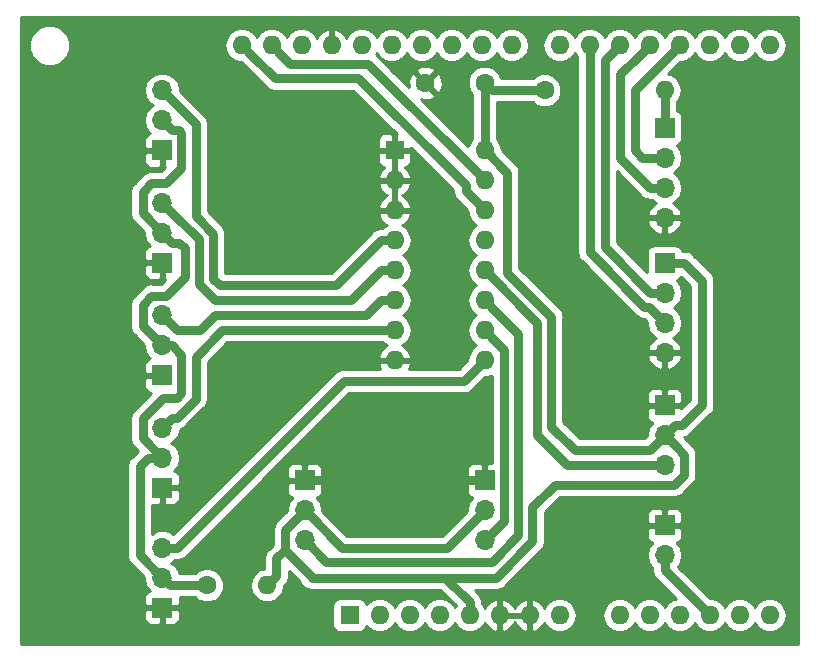
<source format=gbr>
G04 #@! TF.GenerationSoftware,KiCad,Pcbnew,5.0.2+dfsg1-1*
G04 #@! TF.CreationDate,2020-02-12T20:20:39+01:00*
G04 #@! TF.ProjectId,servo,73657276-6f2e-46b6-9963-61645f706362,rev?*
G04 #@! TF.SameCoordinates,PX3a22d00PY2455c20*
G04 #@! TF.FileFunction,Copper,L2,Bot*
G04 #@! TF.FilePolarity,Positive*
%FSLAX46Y46*%
G04 Gerber Fmt 4.6, Leading zero omitted, Abs format (unit mm)*
G04 Created by KiCad (PCBNEW 5.0.2+dfsg1-1) date mer. 12 févr. 2020 20:20:39 CET*
%MOMM*%
%LPD*%
G01*
G04 APERTURE LIST*
G04 #@! TA.AperFunction,ComponentPad*
%ADD10O,1.600000X1.600000*%
G04 #@! TD*
G04 #@! TA.AperFunction,ComponentPad*
%ADD11R,1.600000X1.600000*%
G04 #@! TD*
G04 #@! TA.AperFunction,ComponentPad*
%ADD12C,1.600000*%
G04 #@! TD*
G04 #@! TA.AperFunction,ComponentPad*
%ADD13O,1.700000X1.700000*%
G04 #@! TD*
G04 #@! TA.AperFunction,ComponentPad*
%ADD14R,1.700000X1.700000*%
G04 #@! TD*
G04 #@! TA.AperFunction,Conductor*
%ADD15C,0.800000*%
G04 #@! TD*
G04 #@! TA.AperFunction,Conductor*
%ADD16C,0.254000*%
G04 #@! TD*
G04 APERTURE END LIST*
D10*
G04 #@! TO.P,A1,32*
G04 #@! TO.N,Net-(A1-Pad32)*
X16260000Y0D03*
G04 #@! TO.P,A1,31*
G04 #@! TO.N,Net-(A1-Pad31)*
X18800000Y0D03*
D11*
G04 #@! TO.P,A1,1*
G04 #@! TO.N,Net-(A1-Pad1)*
X25400000Y-48260000D03*
D10*
G04 #@! TO.P,A1,17*
G04 #@! TO.N,Net-(A1-Pad17)*
X55880000Y0D03*
G04 #@! TO.P,A1,2*
G04 #@! TO.N,Net-(A1-Pad2)*
X27940000Y-48260000D03*
G04 #@! TO.P,A1,18*
G04 #@! TO.N,Net-(A1-Pad18)*
X53340000Y0D03*
G04 #@! TO.P,A1,3*
G04 #@! TO.N,Net-(A1-Pad3)*
X30480000Y-48260000D03*
G04 #@! TO.P,A1,19*
G04 #@! TO.N,Net-(A1-Pad19)*
X50800000Y0D03*
G04 #@! TO.P,A1,4*
G04 #@! TO.N,Net-(A1-Pad4)*
X33020000Y-48260000D03*
G04 #@! TO.P,A1,20*
G04 #@! TO.N,Net-(A1-Pad20)*
X48260000Y0D03*
G04 #@! TO.P,A1,5*
G04 #@! TO.N,5V*
X35560000Y-48260000D03*
G04 #@! TO.P,A1,21*
G04 #@! TO.N,Net-(A1-Pad21)*
X45720000Y0D03*
G04 #@! TO.P,A1,6*
G04 #@! TO.N,GND*
X38100000Y-48260000D03*
G04 #@! TO.P,A1,22*
G04 #@! TO.N,Net-(A1-Pad22)*
X43180000Y0D03*
G04 #@! TO.P,A1,7*
G04 #@! TO.N,GND*
X40640000Y-48260000D03*
G04 #@! TO.P,A1,23*
G04 #@! TO.N,Net-(A1-Pad23)*
X39120000Y0D03*
G04 #@! TO.P,A1,8*
G04 #@! TO.N,Net-(A1-Pad8)*
X43180000Y-48260000D03*
G04 #@! TO.P,A1,24*
G04 #@! TO.N,Net-(A1-Pad24)*
X36580000Y0D03*
G04 #@! TO.P,A1,9*
G04 #@! TO.N,Net-(A1-Pad9)*
X48260000Y-48260000D03*
G04 #@! TO.P,A1,25*
G04 #@! TO.N,Net-(A1-Pad25)*
X34040000Y0D03*
G04 #@! TO.P,A1,10*
G04 #@! TO.N,Net-(A1-Pad10)*
X50800000Y-48260000D03*
G04 #@! TO.P,A1,26*
G04 #@! TO.N,Net-(A1-Pad26)*
X31500000Y0D03*
G04 #@! TO.P,A1,11*
G04 #@! TO.N,Net-(A1-Pad11)*
X53340000Y-48260000D03*
G04 #@! TO.P,A1,27*
G04 #@! TO.N,Net-(A1-Pad27)*
X28960000Y0D03*
G04 #@! TO.P,A1,12*
G04 #@! TO.N,Net-(A1-Pad12)*
X55880000Y-48260000D03*
G04 #@! TO.P,A1,28*
G04 #@! TO.N,Net-(A1-Pad28)*
X26420000Y0D03*
G04 #@! TO.P,A1,13*
G04 #@! TO.N,Net-(A1-Pad13)*
X58420000Y-48260000D03*
G04 #@! TO.P,A1,29*
G04 #@! TO.N,GND*
X23880000Y0D03*
G04 #@! TO.P,A1,14*
G04 #@! TO.N,Net-(A1-Pad14)*
X60960000Y-48260000D03*
G04 #@! TO.P,A1,30*
G04 #@! TO.N,Net-(A1-Pad30)*
X21340000Y0D03*
G04 #@! TO.P,A1,15*
G04 #@! TO.N,Net-(A1-Pad15)*
X60960000Y0D03*
G04 #@! TO.P,A1,16*
G04 #@! TO.N,Net-(A1-Pad16)*
X58420000Y0D03*
G04 #@! TD*
D12*
G04 #@! TO.P,C1,1*
G04 #@! TO.N,5V*
X36830000Y-3175000D03*
G04 #@! TO.P,C1,2*
G04 #@! TO.N,GND*
X31830000Y-3175000D03*
G04 #@! TD*
D13*
G04 #@! TO.P,J1,4*
G04 #@! TO.N,GND*
X52070000Y-14605000D03*
G04 #@! TO.P,J1,3*
G04 #@! TO.N,Net-(A1-Pad19)*
X52070000Y-12065000D03*
G04 #@! TO.P,J1,2*
G04 #@! TO.N,Net-(A1-Pad18)*
X52070000Y-9525000D03*
D14*
G04 #@! TO.P,J1,1*
G04 #@! TO.N,Net-(J1-Pad1)*
X52070000Y-6985000D03*
G04 #@! TD*
G04 #@! TO.P,J2,1*
G04 #@! TO.N,5V*
X52070000Y-18415000D03*
D13*
G04 #@! TO.P,J2,2*
G04 #@! TO.N,Net-(A1-Pad20)*
X52070000Y-20955000D03*
G04 #@! TO.P,J2,3*
G04 #@! TO.N,Net-(A1-Pad21)*
X52070000Y-23495000D03*
G04 #@! TO.P,J2,4*
G04 #@! TO.N,GND*
X52070000Y-26035000D03*
G04 #@! TD*
G04 #@! TO.P,J3,3*
G04 #@! TO.N,Net-(J3-Pad3)*
X9525000Y-3810000D03*
G04 #@! TO.P,J3,2*
G04 #@! TO.N,Net-(J3-Pad2)*
X9525000Y-6350000D03*
D14*
G04 #@! TO.P,J3,1*
G04 #@! TO.N,GND*
X9525000Y-8890000D03*
G04 #@! TD*
G04 #@! TO.P,J4,1*
G04 #@! TO.N,GND*
X9525000Y-27940000D03*
D13*
G04 #@! TO.P,J4,2*
G04 #@! TO.N,Net-(J3-Pad2)*
X9525000Y-25400000D03*
G04 #@! TO.P,J4,3*
G04 #@! TO.N,Net-(J4-Pad3)*
X9525000Y-22860000D03*
G04 #@! TD*
G04 #@! TO.P,J5,3*
G04 #@! TO.N,Net-(J5-Pad3)*
X9525000Y-42545000D03*
G04 #@! TO.P,J5,2*
G04 #@! TO.N,Net-(J3-Pad2)*
X9525000Y-45085000D03*
D14*
G04 #@! TO.P,J5,1*
G04 #@! TO.N,GND*
X9525000Y-47625000D03*
G04 #@! TD*
G04 #@! TO.P,J6,1*
G04 #@! TO.N,GND*
X21590000Y-36830000D03*
D13*
G04 #@! TO.P,J6,2*
G04 #@! TO.N,5V*
X21590000Y-39370000D03*
G04 #@! TO.P,J6,3*
G04 #@! TO.N,Net-(J6-Pad3)*
X21590000Y-41910000D03*
G04 #@! TD*
G04 #@! TO.P,J7,3*
G04 #@! TO.N,Net-(J7-Pad3)*
X9525000Y-13335000D03*
G04 #@! TO.P,J7,2*
G04 #@! TO.N,Net-(J3-Pad2)*
X9525000Y-15875000D03*
D14*
G04 #@! TO.P,J7,1*
G04 #@! TO.N,GND*
X9525000Y-18415000D03*
G04 #@! TD*
G04 #@! TO.P,J8,1*
G04 #@! TO.N,GND*
X9525000Y-37465000D03*
D13*
G04 #@! TO.P,J8,2*
G04 #@! TO.N,Net-(J3-Pad2)*
X9525000Y-34925000D03*
G04 #@! TO.P,J8,3*
G04 #@! TO.N,Net-(J8-Pad3)*
X9525000Y-32385000D03*
G04 #@! TD*
G04 #@! TO.P,J9,3*
G04 #@! TO.N,Net-(J9-Pad3)*
X36830000Y-41910000D03*
G04 #@! TO.P,J9,2*
G04 #@! TO.N,5V*
X36830000Y-39370000D03*
D14*
G04 #@! TO.P,J9,1*
G04 #@! TO.N,GND*
X36830000Y-36830000D03*
G04 #@! TD*
G04 #@! TO.P,J10,1*
G04 #@! TO.N,GND*
X52070000Y-30480000D03*
D13*
G04 #@! TO.P,J10,2*
G04 #@! TO.N,5V*
X52070000Y-33020000D03*
G04 #@! TO.P,J10,3*
G04 #@! TO.N,Net-(J10-Pad3)*
X52070000Y-35560000D03*
G04 #@! TD*
D11*
G04 #@! TO.P,U1,1*
G04 #@! TO.N,GND*
X29210000Y-8890000D03*
D10*
G04 #@! TO.P,U1,9*
G04 #@! TO.N,Net-(J5-Pad3)*
X36830000Y-26670000D03*
G04 #@! TO.P,U1,2*
G04 #@! TO.N,GND*
X29210000Y-11430000D03*
G04 #@! TO.P,U1,10*
G04 #@! TO.N,Net-(J9-Pad3)*
X36830000Y-24130000D03*
G04 #@! TO.P,U1,3*
G04 #@! TO.N,GND*
X29210000Y-13970000D03*
G04 #@! TO.P,U1,11*
G04 #@! TO.N,Net-(J6-Pad3)*
X36830000Y-21590000D03*
G04 #@! TO.P,U1,4*
G04 #@! TO.N,Net-(J3-Pad3)*
X29210000Y-16510000D03*
G04 #@! TO.P,U1,12*
G04 #@! TO.N,Net-(J10-Pad3)*
X36830000Y-19050000D03*
G04 #@! TO.P,U1,5*
G04 #@! TO.N,Net-(J7-Pad3)*
X29210000Y-19050000D03*
G04 #@! TO.P,U1,13*
G04 #@! TO.N,Net-(U1-Pad13)*
X36830000Y-16510000D03*
G04 #@! TO.P,U1,6*
G04 #@! TO.N,Net-(J4-Pad3)*
X29210000Y-21590000D03*
G04 #@! TO.P,U1,14*
G04 #@! TO.N,Net-(A1-Pad32)*
X36830000Y-13970000D03*
G04 #@! TO.P,U1,7*
G04 #@! TO.N,Net-(J8-Pad3)*
X29210000Y-24130000D03*
G04 #@! TO.P,U1,15*
G04 #@! TO.N,Net-(A1-Pad31)*
X36830000Y-11430000D03*
G04 #@! TO.P,U1,8*
G04 #@! TO.N,GND*
X29210000Y-26670000D03*
G04 #@! TO.P,U1,16*
G04 #@! TO.N,5V*
X36830000Y-8890000D03*
G04 #@! TD*
D12*
G04 #@! TO.P,R1,1*
G04 #@! TO.N,5V*
X41910000Y-3810000D03*
D10*
G04 #@! TO.P,R1,2*
G04 #@! TO.N,Net-(J1-Pad1)*
X52070000Y-3810000D03*
G04 #@! TD*
D12*
G04 #@! TO.P,R2,1*
G04 #@! TO.N,Net-(J3-Pad2)*
X13335000Y-45720000D03*
D10*
G04 #@! TO.P,R2,2*
G04 #@! TO.N,5V*
X18415000Y-45720000D03*
G04 #@! TD*
D14*
G04 #@! TO.P,J11,1*
G04 #@! TO.N,GND*
X52070000Y-40640000D03*
D13*
G04 #@! TO.P,J11,2*
G04 #@! TO.N,Net-(A1-Pad12)*
X52070000Y-43180000D03*
G04 #@! TD*
D15*
G04 #@! TO.N,Net-(A1-Pad32)*
X17059999Y-799999D02*
X16260000Y0D01*
X19060011Y-2800011D02*
X17059999Y-799999D01*
X26160013Y-2800011D02*
X19060011Y-2800011D01*
X35229999Y-12369999D02*
X35229999Y-11869997D01*
X35229999Y-11869997D02*
X26160013Y-2800011D01*
X36830000Y-13970000D02*
X35229999Y-12369999D01*
G04 #@! TO.N,Net-(A1-Pad31)*
X19599999Y-799999D02*
X18800000Y0D01*
X20400001Y-1600001D02*
X19599999Y-799999D01*
X27000001Y-1600001D02*
X20400001Y-1600001D01*
X36830000Y-11430000D02*
X27000001Y-1600001D01*
G04 #@! TO.N,Net-(A1-Pad18)*
X50165000Y-9525000D02*
X52070000Y-9525000D01*
X49530000Y-8890000D02*
X50165000Y-9525000D01*
X53340000Y0D02*
X49530000Y-3810000D01*
X49530000Y-3810000D02*
X49530000Y-8890000D01*
G04 #@! TO.N,Net-(A1-Pad19)*
X50000001Y-799999D02*
X50800000Y0D01*
X52070000Y-12065000D02*
X50867919Y-12065000D01*
X50867919Y-12065000D02*
X48329990Y-9527071D01*
X48329990Y-2470010D02*
X50000001Y-799999D01*
X48329990Y-9527071D02*
X48329990Y-2470010D01*
G04 #@! TO.N,Net-(A1-Pad20)*
X46990000Y-1270000D02*
X47460001Y-799999D01*
X47460001Y-799999D02*
X48260000Y0D01*
X50867919Y-20955000D02*
X46990000Y-17077081D01*
X46990000Y-17077081D02*
X46990000Y-1270000D01*
X52070000Y-20955000D02*
X50867919Y-20955000D01*
G04 #@! TO.N,5V*
X36830000Y-8890000D02*
X36830000Y-3175000D01*
X35560000Y-48260000D02*
X35560000Y-47625000D01*
X21590000Y-39370000D02*
X19939999Y-41020001D01*
X19939999Y-41020001D02*
X19939999Y-42702001D01*
X22322998Y-45085000D02*
X32385000Y-45085000D01*
X19939999Y-42702001D02*
X22322998Y-45085000D01*
X24765000Y-42545000D02*
X21590000Y-39370000D01*
X33655000Y-42545000D02*
X24765000Y-42545000D01*
X36830000Y-39370000D02*
X33655000Y-42545000D01*
X37465000Y-3810000D02*
X36830000Y-3175000D01*
X41910000Y-3810000D02*
X37465000Y-3810000D01*
X22322998Y-45085000D02*
X22225000Y-45085000D01*
X19214999Y-43427001D02*
X19939999Y-42702001D01*
X19214999Y-44920001D02*
X19214999Y-43427001D01*
X18415000Y-45720000D02*
X19214999Y-44920001D01*
X55245000Y-19940000D02*
X53720000Y-18415000D01*
X53720000Y-18415000D02*
X52070000Y-18415000D01*
X55245000Y-30445002D02*
X55245000Y-19940000D01*
X53520001Y-32170001D02*
X55245000Y-30445002D01*
X52919999Y-32170001D02*
X53520001Y-32170001D01*
X52070000Y-33020000D02*
X52919999Y-32170001D01*
X33516370Y-45085000D02*
X32385000Y-45085000D01*
X35560000Y-47128630D02*
X33516370Y-45085000D01*
X35560000Y-48260000D02*
X35560000Y-47128630D01*
X44450000Y-34290000D02*
X50800000Y-34290000D01*
X38735000Y-19257930D02*
X42475010Y-22997940D01*
X38735000Y-10795000D02*
X38735000Y-19257930D01*
X42475010Y-22997940D02*
X42475010Y-32315010D01*
X50800000Y-34290000D02*
X52070000Y-33020000D01*
X36830000Y-8890000D02*
X38735000Y-10795000D01*
X42475010Y-32315010D02*
X44450000Y-34290000D01*
X37794072Y-45085000D02*
X40880021Y-41999051D01*
X33516370Y-45085000D02*
X37794072Y-45085000D01*
X40880021Y-41999051D02*
X40880021Y-39129979D01*
X53720001Y-34670001D02*
X52919999Y-33869999D01*
X52919999Y-33869999D02*
X52070000Y-33020000D01*
X53720001Y-36352001D02*
X53720001Y-34670001D01*
X52862001Y-37210001D02*
X53720001Y-36352001D01*
X42799999Y-37210001D02*
X52862001Y-37210001D01*
X40880021Y-39129979D02*
X42799999Y-37210001D01*
G04 #@! TO.N,Net-(A1-Pad21)*
X45720000Y-1131370D02*
X45720000Y0D01*
X45720000Y-17504151D02*
X45720000Y-1131370D01*
X50370858Y-22155009D02*
X45720000Y-17504151D01*
X50730010Y-22155010D02*
X50370858Y-22155009D01*
X52070000Y-23495000D02*
X50730010Y-22155010D01*
G04 #@! TO.N,GND*
X36830000Y-36830000D02*
X21590000Y-36830000D01*
G04 #@! TO.N,Net-(A1-Pad12)*
X52070000Y-44450000D02*
X55880000Y-48260000D01*
X52070000Y-43180000D02*
X52070000Y-44450000D01*
G04 #@! TO.N,Net-(J3-Pad3)*
X12375010Y-6660010D02*
X12375010Y-14487940D01*
X9525000Y-3810000D02*
X12375010Y-6660010D01*
X12375010Y-14487940D02*
X13830020Y-15942950D01*
X28078630Y-16510000D02*
X24268630Y-20320000D01*
X29210000Y-16510000D02*
X28078630Y-16510000D01*
X24268630Y-20320000D02*
X14397070Y-20320000D01*
X13830020Y-19752950D02*
X13830020Y-15942950D01*
X14397070Y-20320000D02*
X13830020Y-19752950D01*
G04 #@! TO.N,Net-(J4-Pad3)*
X26808630Y-22860000D02*
X13970000Y-22860000D01*
X29210000Y-21590000D02*
X28078630Y-21590000D01*
X28078630Y-21590000D02*
X26808630Y-22860000D01*
X13970000Y-22860000D02*
X12700000Y-24130000D01*
X10795000Y-24130000D02*
X9525000Y-22860000D01*
X12700000Y-24130000D02*
X10795000Y-24130000D01*
G04 #@! TO.N,Net-(J5-Pad3)*
X24916191Y-28435022D02*
X35064978Y-28435022D01*
X10806213Y-42545000D02*
X24916191Y-28435022D01*
X35064978Y-28435022D02*
X36030001Y-27469999D01*
X9525000Y-42545000D02*
X10806213Y-42545000D01*
X36030001Y-27469999D02*
X36830000Y-26670000D01*
G04 #@! TO.N,Net-(J6-Pad3)*
X39680011Y-41501991D02*
X39680011Y-24440011D01*
X39680011Y-24440011D02*
X37629999Y-22389999D01*
X37436991Y-43745011D02*
X39680011Y-41501991D01*
X21590000Y-41910000D02*
X23425011Y-43745011D01*
X23425011Y-43745011D02*
X37436991Y-43745011D01*
X37629999Y-22389999D02*
X36830000Y-21590000D01*
G04 #@! TO.N,Net-(J7-Pad3)*
X10374999Y-14184999D02*
X9525000Y-13335000D01*
X12630010Y-16440010D02*
X10374999Y-14184999D01*
X28078630Y-19050000D02*
X25538630Y-21590000D01*
X29210000Y-19050000D02*
X28078630Y-19050000D01*
X25538630Y-21590000D02*
X13970000Y-21590000D01*
X12630010Y-20250010D02*
X12630010Y-16440010D01*
X13970000Y-21590000D02*
X12630010Y-20250010D01*
G04 #@! TO.N,Net-(J8-Pad3)*
X10374999Y-31535001D02*
X9525000Y-32385000D01*
X12375010Y-29927062D02*
X10767071Y-31535001D01*
X12375011Y-26359989D02*
X12375010Y-29927062D01*
X29210000Y-24130000D02*
X14605000Y-24130000D01*
X10767071Y-31535001D02*
X10374999Y-31535001D01*
X14605000Y-24130000D02*
X12375011Y-26359989D01*
G04 #@! TO.N,Net-(J9-Pad3)*
X37629999Y-24929999D02*
X36830000Y-24130000D01*
X38480001Y-25780001D02*
X37629999Y-24929999D01*
X38480001Y-40259999D02*
X38480001Y-25780001D01*
X36830000Y-41910000D02*
X38480001Y-40259999D01*
G04 #@! TO.N,Net-(J10-Pad3)*
X41275000Y-23495000D02*
X36830000Y-19050000D01*
X41275000Y-33020000D02*
X41275000Y-23495000D01*
X52070000Y-35560000D02*
X43815000Y-35560000D01*
X43815000Y-35560000D02*
X41275000Y-33020000D01*
G04 #@! TO.N,Net-(J1-Pad1)*
X52070000Y-6985000D02*
X52070000Y-3810000D01*
G04 #@! TO.N,Net-(J3-Pad2)*
X8322919Y-34925000D02*
X9525000Y-34925000D01*
X7620000Y-35627919D02*
X8322919Y-34925000D01*
X7620000Y-43180000D02*
X7620000Y-35627919D01*
X9525000Y-45085000D02*
X7620000Y-43180000D01*
X9525000Y-25400000D02*
X7874999Y-23749999D01*
X7874999Y-21970001D02*
X8635001Y-21209999D01*
X7874999Y-23749999D02*
X7874999Y-21970001D01*
X9525000Y-15875000D02*
X7874999Y-14224999D01*
X7874999Y-14224999D02*
X7874999Y-12445001D01*
X7874999Y-12445001D02*
X8635001Y-11684999D01*
X9870003Y-21209999D02*
X11430000Y-19650002D01*
X8635001Y-21209999D02*
X9870003Y-21209999D01*
X10374999Y-16724999D02*
X9525000Y-15875000D01*
X10975001Y-16724999D02*
X10374999Y-16724999D01*
X11430000Y-17179998D02*
X10975001Y-16724999D01*
X11430000Y-19650002D02*
X11430000Y-17179998D01*
X10975001Y-7199999D02*
X10374999Y-7199999D01*
X10374999Y-7199999D02*
X9525000Y-6350000D01*
X9870003Y-11684999D02*
X11175001Y-10380001D01*
X11175001Y-7399999D02*
X10975001Y-7199999D01*
X11175001Y-10380001D02*
X11175001Y-7399999D01*
X8635001Y-11684999D02*
X9870003Y-11684999D01*
X10160000Y-45720000D02*
X9525000Y-45085000D01*
X13335000Y-45720000D02*
X10160000Y-45720000D01*
X10760002Y-29845000D02*
X11175001Y-29430001D01*
X11175001Y-29430001D02*
X11175001Y-26207072D01*
X11175001Y-26207072D02*
X10367929Y-25400000D01*
X10367929Y-25400000D02*
X9525000Y-25400000D01*
X9525000Y-34925000D02*
X7874999Y-33274999D01*
X7874999Y-33274999D02*
X7874999Y-31592999D01*
X9622998Y-29845000D02*
X10760002Y-29845000D01*
X7874999Y-31592999D02*
X9622998Y-29845000D01*
G04 #@! TD*
D16*
G04 #@! TO.N,GND*
G36*
X63373000Y-50673000D02*
X-2413000Y-50673000D01*
X-2413000Y-47910750D01*
X8040000Y-47910750D01*
X8040000Y-48601310D01*
X8136673Y-48834699D01*
X8315302Y-49013327D01*
X8548691Y-49110000D01*
X9239250Y-49110000D01*
X9398000Y-48951250D01*
X9398000Y-47752000D01*
X9652000Y-47752000D01*
X9652000Y-48951250D01*
X9810750Y-49110000D01*
X10501309Y-49110000D01*
X10734698Y-49013327D01*
X10913327Y-48834699D01*
X11010000Y-48601310D01*
X11010000Y-47910750D01*
X10851250Y-47752000D01*
X9652000Y-47752000D01*
X9398000Y-47752000D01*
X8198750Y-47752000D01*
X8040000Y-47910750D01*
X-2413000Y-47910750D01*
X-2413000Y-35627919D01*
X6564724Y-35627919D01*
X6585001Y-35729858D01*
X6585000Y-43078065D01*
X6564724Y-43180000D01*
X6586842Y-43291193D01*
X6645052Y-43583836D01*
X6873807Y-43926193D01*
X6960227Y-43983937D01*
X8019267Y-45042977D01*
X8010908Y-45085000D01*
X8126161Y-45664418D01*
X8454375Y-46155625D01*
X8476033Y-46170096D01*
X8315302Y-46236673D01*
X8136673Y-46415301D01*
X8040000Y-46648690D01*
X8040000Y-47339250D01*
X8198750Y-47498000D01*
X9398000Y-47498000D01*
X9398000Y-47478000D01*
X9652000Y-47478000D01*
X9652000Y-47498000D01*
X10851250Y-47498000D01*
X11010000Y-47339250D01*
X11010000Y-46755000D01*
X12340604Y-46755000D01*
X12522138Y-46936534D01*
X13049561Y-47155000D01*
X13620439Y-47155000D01*
X14147862Y-46936534D01*
X14551534Y-46532862D01*
X14770000Y-46005439D01*
X14770000Y-45434561D01*
X14551534Y-44907138D01*
X14147862Y-44503466D01*
X13620439Y-44285000D01*
X13049561Y-44285000D01*
X12522138Y-44503466D01*
X12340604Y-44685000D01*
X10959527Y-44685000D01*
X10923839Y-44505582D01*
X10595625Y-44014375D01*
X10297239Y-43815000D01*
X10595625Y-43615625D01*
X10619429Y-43580000D01*
X10704279Y-43580000D01*
X10806213Y-43600276D01*
X10908147Y-43580000D01*
X10908148Y-43580000D01*
X11210050Y-43519948D01*
X11552406Y-43291193D01*
X11610150Y-43204773D01*
X18961233Y-35853690D01*
X20105000Y-35853690D01*
X20105000Y-36544250D01*
X20263750Y-36703000D01*
X21463000Y-36703000D01*
X21463000Y-35503750D01*
X21717000Y-35503750D01*
X21717000Y-36703000D01*
X22916250Y-36703000D01*
X23075000Y-36544250D01*
X23075000Y-35853690D01*
X35345000Y-35853690D01*
X35345000Y-36544250D01*
X35503750Y-36703000D01*
X36703000Y-36703000D01*
X36703000Y-35503750D01*
X36544250Y-35345000D01*
X35853691Y-35345000D01*
X35620302Y-35441673D01*
X35441673Y-35620301D01*
X35345000Y-35853690D01*
X23075000Y-35853690D01*
X22978327Y-35620301D01*
X22799698Y-35441673D01*
X22566309Y-35345000D01*
X21875750Y-35345000D01*
X21717000Y-35503750D01*
X21463000Y-35503750D01*
X21304250Y-35345000D01*
X20613691Y-35345000D01*
X20380302Y-35441673D01*
X20201673Y-35620301D01*
X20105000Y-35853690D01*
X18961233Y-35853690D01*
X25344902Y-29470022D01*
X34963044Y-29470022D01*
X35064978Y-29490298D01*
X35166912Y-29470022D01*
X35166913Y-29470022D01*
X35468815Y-29409970D01*
X35811171Y-29181215D01*
X35868915Y-29094795D01*
X36833935Y-28129776D01*
X36833937Y-28129773D01*
X36858710Y-28105000D01*
X36971333Y-28105000D01*
X37389909Y-28021740D01*
X37445002Y-27984928D01*
X37445001Y-35345000D01*
X37115750Y-35345000D01*
X36957000Y-35503750D01*
X36957000Y-36703000D01*
X36977000Y-36703000D01*
X36977000Y-36957000D01*
X36957000Y-36957000D01*
X36957000Y-36977000D01*
X36703000Y-36977000D01*
X36703000Y-36957000D01*
X35503750Y-36957000D01*
X35345000Y-37115750D01*
X35345000Y-37806310D01*
X35441673Y-38039699D01*
X35620302Y-38218327D01*
X35781033Y-38284904D01*
X35759375Y-38299375D01*
X35431161Y-38790582D01*
X35315908Y-39370000D01*
X35324267Y-39412022D01*
X33226290Y-41510000D01*
X25193711Y-41510000D01*
X23095733Y-39412023D01*
X23104092Y-39370000D01*
X22988839Y-38790582D01*
X22660625Y-38299375D01*
X22638967Y-38284904D01*
X22799698Y-38218327D01*
X22978327Y-38039699D01*
X23075000Y-37806310D01*
X23075000Y-37115750D01*
X22916250Y-36957000D01*
X21717000Y-36957000D01*
X21717000Y-36977000D01*
X21463000Y-36977000D01*
X21463000Y-36957000D01*
X20263750Y-36957000D01*
X20105000Y-37115750D01*
X20105000Y-37806310D01*
X20201673Y-38039699D01*
X20380302Y-38218327D01*
X20541033Y-38284904D01*
X20519375Y-38299375D01*
X20191161Y-38790582D01*
X20075908Y-39370000D01*
X20084267Y-39412023D01*
X19280226Y-40216064D01*
X19193806Y-40273808D01*
X18965052Y-40616164D01*
X18965051Y-40616165D01*
X18884723Y-41020001D01*
X18904999Y-41121936D01*
X18905000Y-42273290D01*
X18555224Y-42623066D01*
X18468807Y-42680808D01*
X18411065Y-42767225D01*
X18240051Y-43023165D01*
X18159723Y-43427001D01*
X18180000Y-43528940D01*
X18179999Y-44303632D01*
X17855091Y-44368260D01*
X17380423Y-44685423D01*
X17063260Y-45160091D01*
X16951887Y-45720000D01*
X17063260Y-46279909D01*
X17380423Y-46754577D01*
X17855091Y-47071740D01*
X18273667Y-47155000D01*
X18556333Y-47155000D01*
X18974909Y-47071740D01*
X19449577Y-46754577D01*
X19766740Y-46279909D01*
X19877722Y-45721967D01*
X19961192Y-45666194D01*
X20189947Y-45323838D01*
X20249999Y-45021936D01*
X20249999Y-45021931D01*
X20270274Y-44920002D01*
X20249999Y-44818072D01*
X20249999Y-44475711D01*
X21246806Y-45472519D01*
X21250052Y-45488837D01*
X21478807Y-45831193D01*
X21821163Y-46059948D01*
X22123065Y-46120000D01*
X22221063Y-46120000D01*
X22322998Y-46140276D01*
X22424932Y-46120000D01*
X33087660Y-46120000D01*
X34392306Y-47424647D01*
X34290000Y-47577758D01*
X34054577Y-47225423D01*
X33579909Y-46908260D01*
X33161333Y-46825000D01*
X32878667Y-46825000D01*
X32460091Y-46908260D01*
X31985423Y-47225423D01*
X31750000Y-47577758D01*
X31514577Y-47225423D01*
X31039909Y-46908260D01*
X30621333Y-46825000D01*
X30338667Y-46825000D01*
X29920091Y-46908260D01*
X29445423Y-47225423D01*
X29210000Y-47577758D01*
X28974577Y-47225423D01*
X28499909Y-46908260D01*
X28081333Y-46825000D01*
X27798667Y-46825000D01*
X27380091Y-46908260D01*
X26905423Y-47225423D01*
X26824785Y-47346106D01*
X26798157Y-47212235D01*
X26657809Y-47002191D01*
X26447765Y-46861843D01*
X26200000Y-46812560D01*
X24600000Y-46812560D01*
X24352235Y-46861843D01*
X24142191Y-47002191D01*
X24001843Y-47212235D01*
X23952560Y-47460000D01*
X23952560Y-49060000D01*
X24001843Y-49307765D01*
X24142191Y-49517809D01*
X24352235Y-49658157D01*
X24600000Y-49707440D01*
X26200000Y-49707440D01*
X26447765Y-49658157D01*
X26657809Y-49517809D01*
X26798157Y-49307765D01*
X26824785Y-49173894D01*
X26905423Y-49294577D01*
X27380091Y-49611740D01*
X27798667Y-49695000D01*
X28081333Y-49695000D01*
X28499909Y-49611740D01*
X28974577Y-49294577D01*
X29210000Y-48942242D01*
X29445423Y-49294577D01*
X29920091Y-49611740D01*
X30338667Y-49695000D01*
X30621333Y-49695000D01*
X31039909Y-49611740D01*
X31514577Y-49294577D01*
X31750000Y-48942242D01*
X31985423Y-49294577D01*
X32460091Y-49611740D01*
X32878667Y-49695000D01*
X33161333Y-49695000D01*
X33579909Y-49611740D01*
X34054577Y-49294577D01*
X34290000Y-48942242D01*
X34525423Y-49294577D01*
X35000091Y-49611740D01*
X35418667Y-49695000D01*
X35701333Y-49695000D01*
X36119909Y-49611740D01*
X36594577Y-49294577D01*
X36850947Y-48910892D01*
X36947611Y-49115134D01*
X37362577Y-49491041D01*
X37750961Y-49651904D01*
X37973000Y-49529915D01*
X37973000Y-48387000D01*
X38227000Y-48387000D01*
X38227000Y-49529915D01*
X38449039Y-49651904D01*
X38837423Y-49491041D01*
X39252389Y-49115134D01*
X39370000Y-48866633D01*
X39487611Y-49115134D01*
X39902577Y-49491041D01*
X40290961Y-49651904D01*
X40513000Y-49529915D01*
X40513000Y-48387000D01*
X38227000Y-48387000D01*
X37973000Y-48387000D01*
X37953000Y-48387000D01*
X37953000Y-48133000D01*
X37973000Y-48133000D01*
X37973000Y-46990085D01*
X38227000Y-46990085D01*
X38227000Y-48133000D01*
X40513000Y-48133000D01*
X40513000Y-46990085D01*
X40767000Y-46990085D01*
X40767000Y-48133000D01*
X40787000Y-48133000D01*
X40787000Y-48387000D01*
X40767000Y-48387000D01*
X40767000Y-49529915D01*
X40989039Y-49651904D01*
X41377423Y-49491041D01*
X41792389Y-49115134D01*
X41889053Y-48910892D01*
X42145423Y-49294577D01*
X42620091Y-49611740D01*
X43038667Y-49695000D01*
X43321333Y-49695000D01*
X43739909Y-49611740D01*
X44214577Y-49294577D01*
X44531740Y-48819909D01*
X44643113Y-48260000D01*
X46796887Y-48260000D01*
X46908260Y-48819909D01*
X47225423Y-49294577D01*
X47700091Y-49611740D01*
X48118667Y-49695000D01*
X48401333Y-49695000D01*
X48819909Y-49611740D01*
X49294577Y-49294577D01*
X49530000Y-48942242D01*
X49765423Y-49294577D01*
X50240091Y-49611740D01*
X50658667Y-49695000D01*
X50941333Y-49695000D01*
X51359909Y-49611740D01*
X51834577Y-49294577D01*
X52070000Y-48942242D01*
X52305423Y-49294577D01*
X52780091Y-49611740D01*
X53198667Y-49695000D01*
X53481333Y-49695000D01*
X53899909Y-49611740D01*
X54374577Y-49294577D01*
X54610000Y-48942242D01*
X54845423Y-49294577D01*
X55320091Y-49611740D01*
X55738667Y-49695000D01*
X56021333Y-49695000D01*
X56439909Y-49611740D01*
X56914577Y-49294577D01*
X57150000Y-48942242D01*
X57385423Y-49294577D01*
X57860091Y-49611740D01*
X58278667Y-49695000D01*
X58561333Y-49695000D01*
X58979909Y-49611740D01*
X59454577Y-49294577D01*
X59690000Y-48942242D01*
X59925423Y-49294577D01*
X60400091Y-49611740D01*
X60818667Y-49695000D01*
X61101333Y-49695000D01*
X61519909Y-49611740D01*
X61994577Y-49294577D01*
X62311740Y-48819909D01*
X62423113Y-48260000D01*
X62311740Y-47700091D01*
X61994577Y-47225423D01*
X61519909Y-46908260D01*
X61101333Y-46825000D01*
X60818667Y-46825000D01*
X60400091Y-46908260D01*
X59925423Y-47225423D01*
X59690000Y-47577758D01*
X59454577Y-47225423D01*
X58979909Y-46908260D01*
X58561333Y-46825000D01*
X58278667Y-46825000D01*
X57860091Y-46908260D01*
X57385423Y-47225423D01*
X57150000Y-47577758D01*
X56914577Y-47225423D01*
X56439909Y-46908260D01*
X56021333Y-46825000D01*
X55908711Y-46825000D01*
X53218214Y-44134504D01*
X53468839Y-43759418D01*
X53584092Y-43180000D01*
X53468839Y-42600582D01*
X53140625Y-42109375D01*
X53118967Y-42094904D01*
X53279698Y-42028327D01*
X53458327Y-41849699D01*
X53555000Y-41616310D01*
X53555000Y-40925750D01*
X53396250Y-40767000D01*
X52197000Y-40767000D01*
X52197000Y-40787000D01*
X51943000Y-40787000D01*
X51943000Y-40767000D01*
X50743750Y-40767000D01*
X50585000Y-40925750D01*
X50585000Y-41616310D01*
X50681673Y-41849699D01*
X50860302Y-42028327D01*
X51021033Y-42094904D01*
X50999375Y-42109375D01*
X50671161Y-42600582D01*
X50555908Y-43180000D01*
X50671161Y-43759418D01*
X50999375Y-44250625D01*
X51035001Y-44274429D01*
X51035001Y-44348061D01*
X51014724Y-44450000D01*
X51095052Y-44853836D01*
X51207373Y-45021936D01*
X51323808Y-45196193D01*
X51410225Y-45253935D01*
X53017355Y-46861065D01*
X52780091Y-46908260D01*
X52305423Y-47225423D01*
X52070000Y-47577758D01*
X51834577Y-47225423D01*
X51359909Y-46908260D01*
X50941333Y-46825000D01*
X50658667Y-46825000D01*
X50240091Y-46908260D01*
X49765423Y-47225423D01*
X49530000Y-47577758D01*
X49294577Y-47225423D01*
X48819909Y-46908260D01*
X48401333Y-46825000D01*
X48118667Y-46825000D01*
X47700091Y-46908260D01*
X47225423Y-47225423D01*
X46908260Y-47700091D01*
X46796887Y-48260000D01*
X44643113Y-48260000D01*
X44531740Y-47700091D01*
X44214577Y-47225423D01*
X43739909Y-46908260D01*
X43321333Y-46825000D01*
X43038667Y-46825000D01*
X42620091Y-46908260D01*
X42145423Y-47225423D01*
X41889053Y-47609108D01*
X41792389Y-47404866D01*
X41377423Y-47028959D01*
X40989039Y-46868096D01*
X40767000Y-46990085D01*
X40513000Y-46990085D01*
X40290961Y-46868096D01*
X39902577Y-47028959D01*
X39487611Y-47404866D01*
X39370000Y-47653367D01*
X39252389Y-47404866D01*
X38837423Y-47028959D01*
X38449039Y-46868096D01*
X38227000Y-46990085D01*
X37973000Y-46990085D01*
X37750961Y-46868096D01*
X37362577Y-47028959D01*
X36947611Y-47404866D01*
X36850947Y-47609108D01*
X36595691Y-47227090D01*
X36615276Y-47128629D01*
X36534948Y-46724793D01*
X36485008Y-46650052D01*
X36306193Y-46382437D01*
X36219776Y-46324695D01*
X36015081Y-46120000D01*
X37692138Y-46120000D01*
X37794072Y-46140276D01*
X37896006Y-46120000D01*
X37896007Y-46120000D01*
X38197909Y-46059948D01*
X38540265Y-45831193D01*
X38598009Y-45744773D01*
X41539797Y-42802986D01*
X41626214Y-42745244D01*
X41854969Y-42402888D01*
X41915021Y-42100986D01*
X41915021Y-42100985D01*
X41935297Y-41999051D01*
X41915021Y-41897117D01*
X41915021Y-39663690D01*
X50585000Y-39663690D01*
X50585000Y-40354250D01*
X50743750Y-40513000D01*
X51943000Y-40513000D01*
X51943000Y-39313750D01*
X52197000Y-39313750D01*
X52197000Y-40513000D01*
X53396250Y-40513000D01*
X53555000Y-40354250D01*
X53555000Y-39663690D01*
X53458327Y-39430301D01*
X53279698Y-39251673D01*
X53046309Y-39155000D01*
X52355750Y-39155000D01*
X52197000Y-39313750D01*
X51943000Y-39313750D01*
X51784250Y-39155000D01*
X51093691Y-39155000D01*
X50860302Y-39251673D01*
X50681673Y-39430301D01*
X50585000Y-39663690D01*
X41915021Y-39663690D01*
X41915021Y-39558689D01*
X43228710Y-38245001D01*
X52760067Y-38245001D01*
X52862001Y-38265277D01*
X52963935Y-38245001D01*
X52963936Y-38245001D01*
X53265838Y-38184949D01*
X53608194Y-37956194D01*
X53665938Y-37869774D01*
X54379777Y-37155936D01*
X54466194Y-37098194D01*
X54694949Y-36755838D01*
X54755001Y-36453936D01*
X54755001Y-36453935D01*
X54775277Y-36352002D01*
X54755001Y-36250067D01*
X54755001Y-34771935D01*
X54775277Y-34670001D01*
X54694949Y-34266164D01*
X54624788Y-34161161D01*
X54466194Y-33923808D01*
X54379777Y-33866066D01*
X53723935Y-33210225D01*
X53723933Y-33210222D01*
X53702656Y-33188945D01*
X53923838Y-33144949D01*
X54266194Y-32916194D01*
X54323938Y-32829774D01*
X55904776Y-31248937D01*
X55991193Y-31191195D01*
X56219948Y-30848839D01*
X56280000Y-30546937D01*
X56280000Y-30546936D01*
X56300276Y-30445002D01*
X56280000Y-30343068D01*
X56280000Y-20041934D01*
X56300276Y-19940000D01*
X56219948Y-19536163D01*
X56175739Y-19470000D01*
X55991193Y-19193807D01*
X55904776Y-19136065D01*
X54523937Y-17755227D01*
X54466193Y-17668807D01*
X54123837Y-17440052D01*
X53821935Y-17380000D01*
X53821934Y-17380000D01*
X53720000Y-17359724D01*
X53618066Y-17380000D01*
X53530642Y-17380000D01*
X53518157Y-17317235D01*
X53377809Y-17107191D01*
X53167765Y-16966843D01*
X52920000Y-16917560D01*
X51220000Y-16917560D01*
X50972235Y-16966843D01*
X50762191Y-17107191D01*
X50621843Y-17317235D01*
X50572560Y-17565000D01*
X50572560Y-19195930D01*
X48025000Y-16648371D01*
X48025000Y-14961890D01*
X50628524Y-14961890D01*
X50798355Y-15371924D01*
X51188642Y-15800183D01*
X51713108Y-16046486D01*
X51943000Y-15925819D01*
X51943000Y-14732000D01*
X52197000Y-14732000D01*
X52197000Y-15925819D01*
X52426892Y-16046486D01*
X52951358Y-15800183D01*
X53341645Y-15371924D01*
X53511476Y-14961890D01*
X53390155Y-14732000D01*
X52197000Y-14732000D01*
X51943000Y-14732000D01*
X50749845Y-14732000D01*
X50628524Y-14961890D01*
X48025000Y-14961890D01*
X48025000Y-10685791D01*
X50063984Y-12724776D01*
X50121726Y-12811193D01*
X50448857Y-13029775D01*
X50464082Y-13039948D01*
X50867919Y-13120276D01*
X50969853Y-13100000D01*
X50975571Y-13100000D01*
X50999375Y-13135625D01*
X51318478Y-13348843D01*
X51188642Y-13409817D01*
X50798355Y-13838076D01*
X50628524Y-14248110D01*
X50749845Y-14478000D01*
X51943000Y-14478000D01*
X51943000Y-14458000D01*
X52197000Y-14458000D01*
X52197000Y-14478000D01*
X53390155Y-14478000D01*
X53511476Y-14248110D01*
X53341645Y-13838076D01*
X52951358Y-13409817D01*
X52821522Y-13348843D01*
X53140625Y-13135625D01*
X53468839Y-12644418D01*
X53584092Y-12065000D01*
X53468839Y-11485582D01*
X53140625Y-10994375D01*
X52842239Y-10795000D01*
X53140625Y-10595625D01*
X53468839Y-10104418D01*
X53584092Y-9525000D01*
X53468839Y-8945582D01*
X53140625Y-8454375D01*
X53122381Y-8442184D01*
X53167765Y-8433157D01*
X53377809Y-8292809D01*
X53518157Y-8082765D01*
X53567440Y-7835000D01*
X53567440Y-6135000D01*
X53518157Y-5887235D01*
X53377809Y-5677191D01*
X53167765Y-5536843D01*
X53105000Y-5524358D01*
X53105000Y-4843944D01*
X53421740Y-4369909D01*
X53533113Y-3810000D01*
X53421740Y-3250091D01*
X53104577Y-2775423D01*
X52629909Y-2458260D01*
X52392645Y-2411065D01*
X53368711Y-1435000D01*
X53481333Y-1435000D01*
X53899909Y-1351740D01*
X54374577Y-1034577D01*
X54610000Y-682242D01*
X54845423Y-1034577D01*
X55320091Y-1351740D01*
X55738667Y-1435000D01*
X56021333Y-1435000D01*
X56439909Y-1351740D01*
X56914577Y-1034577D01*
X57150000Y-682242D01*
X57385423Y-1034577D01*
X57860091Y-1351740D01*
X58278667Y-1435000D01*
X58561333Y-1435000D01*
X58979909Y-1351740D01*
X59454577Y-1034577D01*
X59690000Y-682242D01*
X59925423Y-1034577D01*
X60400091Y-1351740D01*
X60818667Y-1435000D01*
X61101333Y-1435000D01*
X61519909Y-1351740D01*
X61994577Y-1034577D01*
X62311740Y-559909D01*
X62423113Y0D01*
X62311740Y559909D01*
X61994577Y1034577D01*
X61519909Y1351740D01*
X61101333Y1435000D01*
X60818667Y1435000D01*
X60400091Y1351740D01*
X59925423Y1034577D01*
X59690000Y682242D01*
X59454577Y1034577D01*
X58979909Y1351740D01*
X58561333Y1435000D01*
X58278667Y1435000D01*
X57860091Y1351740D01*
X57385423Y1034577D01*
X57150000Y682242D01*
X56914577Y1034577D01*
X56439909Y1351740D01*
X56021333Y1435000D01*
X55738667Y1435000D01*
X55320091Y1351740D01*
X54845423Y1034577D01*
X54610000Y682242D01*
X54374577Y1034577D01*
X53899909Y1351740D01*
X53481333Y1435000D01*
X53198667Y1435000D01*
X52780091Y1351740D01*
X52305423Y1034577D01*
X52070000Y682242D01*
X51834577Y1034577D01*
X51359909Y1351740D01*
X50941333Y1435000D01*
X50658667Y1435000D01*
X50240091Y1351740D01*
X49765423Y1034577D01*
X49530000Y682242D01*
X49294577Y1034577D01*
X48819909Y1351740D01*
X48401333Y1435000D01*
X48118667Y1435000D01*
X47700091Y1351740D01*
X47225423Y1034577D01*
X46990000Y682242D01*
X46754577Y1034577D01*
X46279909Y1351740D01*
X45861333Y1435000D01*
X45578667Y1435000D01*
X45160091Y1351740D01*
X44685423Y1034577D01*
X44450000Y682242D01*
X44214577Y1034577D01*
X43739909Y1351740D01*
X43321333Y1435000D01*
X43038667Y1435000D01*
X42620091Y1351740D01*
X42145423Y1034577D01*
X41828260Y559909D01*
X41716887Y0D01*
X41828260Y-559909D01*
X42145423Y-1034577D01*
X42620091Y-1351740D01*
X43038667Y-1435000D01*
X43321333Y-1435000D01*
X43739909Y-1351740D01*
X44214577Y-1034577D01*
X44450000Y-682242D01*
X44685000Y-1033944D01*
X44685000Y-1233304D01*
X44685001Y-1233309D01*
X44685000Y-17402217D01*
X44664724Y-17504151D01*
X44728202Y-17823274D01*
X44745052Y-17907987D01*
X44973807Y-18250344D01*
X45060227Y-18308088D01*
X49566924Y-22814786D01*
X49624663Y-22901199D01*
X49711078Y-22958940D01*
X49711081Y-22958943D01*
X49884360Y-23074724D01*
X49967019Y-23129955D01*
X49967020Y-23129955D01*
X49967021Y-23129956D01*
X50160499Y-23168441D01*
X50268921Y-23190008D01*
X50268923Y-23190008D01*
X50309337Y-23198047D01*
X50564267Y-23452977D01*
X50555908Y-23495000D01*
X50671161Y-24074418D01*
X50999375Y-24565625D01*
X51318478Y-24778843D01*
X51188642Y-24839817D01*
X50798355Y-25268076D01*
X50628524Y-25678110D01*
X50749845Y-25908000D01*
X51943000Y-25908000D01*
X51943000Y-25888000D01*
X52197000Y-25888000D01*
X52197000Y-25908000D01*
X53390155Y-25908000D01*
X53511476Y-25678110D01*
X53341645Y-25268076D01*
X52951358Y-24839817D01*
X52821522Y-24778843D01*
X53140625Y-24565625D01*
X53468839Y-24074418D01*
X53584092Y-23495000D01*
X53468839Y-22915582D01*
X53140625Y-22424375D01*
X52842239Y-22225000D01*
X53140625Y-22025625D01*
X53468839Y-21534418D01*
X53584092Y-20955000D01*
X53468839Y-20375582D01*
X53140625Y-19884375D01*
X53122381Y-19872184D01*
X53167765Y-19863157D01*
X53377809Y-19722809D01*
X53452427Y-19611137D01*
X54210001Y-20368712D01*
X54210000Y-30016291D01*
X53507771Y-30718521D01*
X53396250Y-30607000D01*
X52197000Y-30607000D01*
X52197000Y-30627000D01*
X51943000Y-30627000D01*
X51943000Y-30607000D01*
X50743750Y-30607000D01*
X50585000Y-30765750D01*
X50585000Y-31456310D01*
X50681673Y-31689699D01*
X50860302Y-31868327D01*
X51021033Y-31934904D01*
X50999375Y-31949375D01*
X50671161Y-32440582D01*
X50555908Y-33020000D01*
X50564267Y-33062023D01*
X50371290Y-33255000D01*
X44878711Y-33255000D01*
X43510010Y-31886300D01*
X43510010Y-29503690D01*
X50585000Y-29503690D01*
X50585000Y-30194250D01*
X50743750Y-30353000D01*
X51943000Y-30353000D01*
X51943000Y-29153750D01*
X52197000Y-29153750D01*
X52197000Y-30353000D01*
X53396250Y-30353000D01*
X53555000Y-30194250D01*
X53555000Y-29503690D01*
X53458327Y-29270301D01*
X53279698Y-29091673D01*
X53046309Y-28995000D01*
X52355750Y-28995000D01*
X52197000Y-29153750D01*
X51943000Y-29153750D01*
X51784250Y-28995000D01*
X51093691Y-28995000D01*
X50860302Y-29091673D01*
X50681673Y-29270301D01*
X50585000Y-29503690D01*
X43510010Y-29503690D01*
X43510010Y-26391890D01*
X50628524Y-26391890D01*
X50798355Y-26801924D01*
X51188642Y-27230183D01*
X51713108Y-27476486D01*
X51943000Y-27355819D01*
X51943000Y-26162000D01*
X52197000Y-26162000D01*
X52197000Y-27355819D01*
X52426892Y-27476486D01*
X52951358Y-27230183D01*
X53341645Y-26801924D01*
X53511476Y-26391890D01*
X53390155Y-26162000D01*
X52197000Y-26162000D01*
X51943000Y-26162000D01*
X50749845Y-26162000D01*
X50628524Y-26391890D01*
X43510010Y-26391890D01*
X43510010Y-23099874D01*
X43530286Y-22997940D01*
X43493855Y-22814786D01*
X43449958Y-22594103D01*
X43221203Y-22251747D01*
X43134786Y-22194005D01*
X39770000Y-18829220D01*
X39770000Y-10896934D01*
X39790276Y-10795000D01*
X39757401Y-10629723D01*
X39709948Y-10391163D01*
X39481193Y-10048807D01*
X39394776Y-9991065D01*
X38292965Y-8889254D01*
X38181740Y-8330091D01*
X37865000Y-7856056D01*
X37865000Y-4845000D01*
X40915604Y-4845000D01*
X41097138Y-5026534D01*
X41624561Y-5245000D01*
X42195439Y-5245000D01*
X42722862Y-5026534D01*
X43126534Y-4622862D01*
X43345000Y-4095439D01*
X43345000Y-3524561D01*
X43126534Y-2997138D01*
X42722862Y-2593466D01*
X42195439Y-2375000D01*
X41624561Y-2375000D01*
X41097138Y-2593466D01*
X40915604Y-2775000D01*
X38217547Y-2775000D01*
X38046534Y-2362138D01*
X37642862Y-1958466D01*
X37115439Y-1740000D01*
X36544561Y-1740000D01*
X36017138Y-1958466D01*
X35613466Y-2362138D01*
X35395000Y-2889561D01*
X35395000Y-3460439D01*
X35613466Y-3987862D01*
X35795001Y-4169397D01*
X35795000Y-7856056D01*
X35478260Y-8330091D01*
X35431065Y-8567355D01*
X31414104Y-4550394D01*
X31613223Y-4621965D01*
X32183454Y-4594778D01*
X32584005Y-4428864D01*
X32658139Y-4182745D01*
X31830000Y-3354605D01*
X31815858Y-3368748D01*
X31636252Y-3189142D01*
X31650395Y-3175000D01*
X32009605Y-3175000D01*
X32837745Y-4003139D01*
X33083864Y-3929005D01*
X33276965Y-3391777D01*
X33249778Y-2821546D01*
X33083864Y-2420995D01*
X32837745Y-2346861D01*
X32009605Y-3175000D01*
X31650395Y-3175000D01*
X30822255Y-2346861D01*
X30576136Y-2420995D01*
X30383035Y-2958223D01*
X30410222Y-3528454D01*
X30422991Y-3559281D01*
X29030965Y-2167255D01*
X31001861Y-2167255D01*
X31830000Y-2995395D01*
X32658139Y-2167255D01*
X32584005Y-1921136D01*
X32046777Y-1728035D01*
X31476546Y-1755222D01*
X31075995Y-1921136D01*
X31001861Y-2167255D01*
X29030965Y-2167255D01*
X27803938Y-940228D01*
X27746194Y-853808D01*
X27628091Y-774894D01*
X27690000Y-682242D01*
X27925423Y-1034577D01*
X28400091Y-1351740D01*
X28818667Y-1435000D01*
X29101333Y-1435000D01*
X29519909Y-1351740D01*
X29994577Y-1034577D01*
X30230000Y-682242D01*
X30465423Y-1034577D01*
X30940091Y-1351740D01*
X31358667Y-1435000D01*
X31641333Y-1435000D01*
X32059909Y-1351740D01*
X32534577Y-1034577D01*
X32770000Y-682242D01*
X33005423Y-1034577D01*
X33480091Y-1351740D01*
X33898667Y-1435000D01*
X34181333Y-1435000D01*
X34599909Y-1351740D01*
X35074577Y-1034577D01*
X35310000Y-682242D01*
X35545423Y-1034577D01*
X36020091Y-1351740D01*
X36438667Y-1435000D01*
X36721333Y-1435000D01*
X37139909Y-1351740D01*
X37614577Y-1034577D01*
X37850000Y-682242D01*
X38085423Y-1034577D01*
X38560091Y-1351740D01*
X38978667Y-1435000D01*
X39261333Y-1435000D01*
X39679909Y-1351740D01*
X40154577Y-1034577D01*
X40471740Y-559909D01*
X40583113Y0D01*
X40471740Y559909D01*
X40154577Y1034577D01*
X39679909Y1351740D01*
X39261333Y1435000D01*
X38978667Y1435000D01*
X38560091Y1351740D01*
X38085423Y1034577D01*
X37850000Y682242D01*
X37614577Y1034577D01*
X37139909Y1351740D01*
X36721333Y1435000D01*
X36438667Y1435000D01*
X36020091Y1351740D01*
X35545423Y1034577D01*
X35310000Y682242D01*
X35074577Y1034577D01*
X34599909Y1351740D01*
X34181333Y1435000D01*
X33898667Y1435000D01*
X33480091Y1351740D01*
X33005423Y1034577D01*
X32770000Y682242D01*
X32534577Y1034577D01*
X32059909Y1351740D01*
X31641333Y1435000D01*
X31358667Y1435000D01*
X30940091Y1351740D01*
X30465423Y1034577D01*
X30230000Y682242D01*
X29994577Y1034577D01*
X29519909Y1351740D01*
X29101333Y1435000D01*
X28818667Y1435000D01*
X28400091Y1351740D01*
X27925423Y1034577D01*
X27690000Y682242D01*
X27454577Y1034577D01*
X26979909Y1351740D01*
X26561333Y1435000D01*
X26278667Y1435000D01*
X25860091Y1351740D01*
X25385423Y1034577D01*
X25129053Y650892D01*
X25032389Y855134D01*
X24617423Y1231041D01*
X24229039Y1391904D01*
X24007000Y1269915D01*
X24007000Y127000D01*
X24027000Y127000D01*
X24027000Y-127000D01*
X24007000Y-127000D01*
X24007000Y-147000D01*
X23753000Y-147000D01*
X23753000Y-127000D01*
X23733000Y-127000D01*
X23733000Y127000D01*
X23753000Y127000D01*
X23753000Y1269915D01*
X23530961Y1391904D01*
X23142577Y1231041D01*
X22727611Y855134D01*
X22630947Y650892D01*
X22374577Y1034577D01*
X21899909Y1351740D01*
X21481333Y1435000D01*
X21198667Y1435000D01*
X20780091Y1351740D01*
X20305423Y1034577D01*
X20070000Y682242D01*
X19834577Y1034577D01*
X19359909Y1351740D01*
X18941333Y1435000D01*
X18658667Y1435000D01*
X18240091Y1351740D01*
X17765423Y1034577D01*
X17530000Y682242D01*
X17294577Y1034577D01*
X16819909Y1351740D01*
X16401333Y1435000D01*
X16118667Y1435000D01*
X15700091Y1351740D01*
X15225423Y1034577D01*
X14908260Y559909D01*
X14796887Y0D01*
X14908260Y-559909D01*
X15225423Y-1034577D01*
X15700091Y-1351740D01*
X16118667Y-1435000D01*
X16231289Y-1435000D01*
X16400222Y-1603933D01*
X16400225Y-1603935D01*
X18256076Y-3459787D01*
X18313818Y-3546204D01*
X18400234Y-3603945D01*
X18656174Y-3774959D01*
X19060010Y-3855287D01*
X19161945Y-3835011D01*
X25731303Y-3835011D01*
X29423521Y-7527229D01*
X29337000Y-7613750D01*
X29337000Y-8763000D01*
X30486250Y-8763000D01*
X30572771Y-8676479D01*
X34189915Y-12293624D01*
X34174723Y-12369999D01*
X34251420Y-12755582D01*
X34255051Y-12773835D01*
X34483806Y-13116192D01*
X34570226Y-13173936D01*
X35367035Y-13970746D01*
X35478260Y-14529909D01*
X35795423Y-15004577D01*
X36147758Y-15240000D01*
X35795423Y-15475423D01*
X35478260Y-15950091D01*
X35366887Y-16510000D01*
X35478260Y-17069909D01*
X35795423Y-17544577D01*
X36147758Y-17780000D01*
X35795423Y-18015423D01*
X35478260Y-18490091D01*
X35366887Y-19050000D01*
X35478260Y-19609909D01*
X35795423Y-20084577D01*
X36147758Y-20320000D01*
X35795423Y-20555423D01*
X35478260Y-21030091D01*
X35366887Y-21590000D01*
X35478260Y-22149909D01*
X35795423Y-22624577D01*
X36147758Y-22860000D01*
X35795423Y-23095423D01*
X35478260Y-23570091D01*
X35366887Y-24130000D01*
X35478260Y-24689909D01*
X35795423Y-25164577D01*
X36147758Y-25400000D01*
X35795423Y-25635423D01*
X35478260Y-26110091D01*
X35367035Y-26669254D01*
X34636268Y-27400022D01*
X30444106Y-27400022D01*
X30601904Y-27019039D01*
X30479915Y-26797000D01*
X29337000Y-26797000D01*
X29337000Y-26817000D01*
X29083000Y-26817000D01*
X29083000Y-26797000D01*
X27940085Y-26797000D01*
X27818096Y-27019039D01*
X27975894Y-27400022D01*
X25018125Y-27400022D01*
X24916190Y-27379746D01*
X24737624Y-27415265D01*
X24512354Y-27460074D01*
X24169998Y-27688829D01*
X24112256Y-27775246D01*
X10486226Y-41401277D01*
X10104418Y-41146161D01*
X9671256Y-41060000D01*
X9378744Y-41060000D01*
X8945582Y-41146161D01*
X8655000Y-41340322D01*
X8655000Y-38950000D01*
X9239250Y-38950000D01*
X9398000Y-38791250D01*
X9398000Y-37592000D01*
X9652000Y-37592000D01*
X9652000Y-38791250D01*
X9810750Y-38950000D01*
X10501309Y-38950000D01*
X10734698Y-38853327D01*
X10913327Y-38674699D01*
X11010000Y-38441310D01*
X11010000Y-37750750D01*
X10851250Y-37592000D01*
X9652000Y-37592000D01*
X9398000Y-37592000D01*
X9378000Y-37592000D01*
X9378000Y-37338000D01*
X9398000Y-37338000D01*
X9398000Y-37318000D01*
X9652000Y-37318000D01*
X9652000Y-37338000D01*
X10851250Y-37338000D01*
X11010000Y-37179250D01*
X11010000Y-36488690D01*
X10913327Y-36255301D01*
X10734698Y-36076673D01*
X10573967Y-36010096D01*
X10595625Y-35995625D01*
X10923839Y-35504418D01*
X11039092Y-34925000D01*
X10923839Y-34345582D01*
X10595625Y-33854375D01*
X10297239Y-33655000D01*
X10595625Y-33455625D01*
X10923839Y-32964418D01*
X11007784Y-32542396D01*
X11170908Y-32509949D01*
X11513264Y-32281194D01*
X11571008Y-32194774D01*
X13034788Y-30730995D01*
X13121202Y-30673255D01*
X13178942Y-30586841D01*
X13178944Y-30586839D01*
X13349958Y-30330899D01*
X13430286Y-29927063D01*
X13410009Y-29825124D01*
X13410011Y-26788699D01*
X15033711Y-25165000D01*
X28176056Y-25165000D01*
X28559108Y-25420947D01*
X28354866Y-25517611D01*
X27978959Y-25932577D01*
X27818096Y-26320961D01*
X27940085Y-26543000D01*
X29083000Y-26543000D01*
X29083000Y-26523000D01*
X29337000Y-26523000D01*
X29337000Y-26543000D01*
X30479915Y-26543000D01*
X30601904Y-26320961D01*
X30441041Y-25932577D01*
X30065134Y-25517611D01*
X29860892Y-25420947D01*
X30244577Y-25164577D01*
X30561740Y-24689909D01*
X30673113Y-24130000D01*
X30561740Y-23570091D01*
X30244577Y-23095423D01*
X29892242Y-22860000D01*
X30244577Y-22624577D01*
X30561740Y-22149909D01*
X30673113Y-21590000D01*
X30561740Y-21030091D01*
X30244577Y-20555423D01*
X29892242Y-20320000D01*
X30244577Y-20084577D01*
X30561740Y-19609909D01*
X30673113Y-19050000D01*
X30561740Y-18490091D01*
X30244577Y-18015423D01*
X29892242Y-17780000D01*
X30244577Y-17544577D01*
X30561740Y-17069909D01*
X30673113Y-16510000D01*
X30561740Y-15950091D01*
X30244577Y-15475423D01*
X29860892Y-15219053D01*
X30065134Y-15122389D01*
X30441041Y-14707423D01*
X30601904Y-14319039D01*
X30479915Y-14097000D01*
X29337000Y-14097000D01*
X29337000Y-14117000D01*
X29083000Y-14117000D01*
X29083000Y-14097000D01*
X27940085Y-14097000D01*
X27818096Y-14319039D01*
X27978959Y-14707423D01*
X28354866Y-15122389D01*
X28559108Y-15219053D01*
X28177090Y-15474309D01*
X28078630Y-15454724D01*
X27976695Y-15475000D01*
X27674793Y-15535052D01*
X27332437Y-15763807D01*
X27274695Y-15850224D01*
X23839920Y-19285000D01*
X14865020Y-19285000D01*
X14865020Y-16044884D01*
X14885296Y-15942950D01*
X14835741Y-15693817D01*
X14804968Y-15539113D01*
X14576213Y-15196757D01*
X14489796Y-15139015D01*
X13410010Y-14059230D01*
X13410010Y-11779039D01*
X27818096Y-11779039D01*
X27978959Y-12167423D01*
X28354866Y-12582389D01*
X28603367Y-12700000D01*
X28354866Y-12817611D01*
X27978959Y-13232577D01*
X27818096Y-13620961D01*
X27940085Y-13843000D01*
X29083000Y-13843000D01*
X29083000Y-11557000D01*
X29337000Y-11557000D01*
X29337000Y-13843000D01*
X30479915Y-13843000D01*
X30601904Y-13620961D01*
X30441041Y-13232577D01*
X30065134Y-12817611D01*
X29816633Y-12700000D01*
X30065134Y-12582389D01*
X30441041Y-12167423D01*
X30601904Y-11779039D01*
X30479915Y-11557000D01*
X29337000Y-11557000D01*
X29083000Y-11557000D01*
X27940085Y-11557000D01*
X27818096Y-11779039D01*
X13410010Y-11779039D01*
X13410010Y-9175750D01*
X27775000Y-9175750D01*
X27775000Y-9816310D01*
X27871673Y-10049699D01*
X28050302Y-10228327D01*
X28283691Y-10325000D01*
X28311938Y-10325000D01*
X27978959Y-10692577D01*
X27818096Y-11080961D01*
X27940085Y-11303000D01*
X29083000Y-11303000D01*
X29083000Y-9017000D01*
X29337000Y-9017000D01*
X29337000Y-11303000D01*
X30479915Y-11303000D01*
X30601904Y-11080961D01*
X30441041Y-10692577D01*
X30108062Y-10325000D01*
X30136309Y-10325000D01*
X30369698Y-10228327D01*
X30548327Y-10049699D01*
X30645000Y-9816310D01*
X30645000Y-9175750D01*
X30486250Y-9017000D01*
X29337000Y-9017000D01*
X29083000Y-9017000D01*
X27933750Y-9017000D01*
X27775000Y-9175750D01*
X13410010Y-9175750D01*
X13410010Y-7963690D01*
X27775000Y-7963690D01*
X27775000Y-8604250D01*
X27933750Y-8763000D01*
X29083000Y-8763000D01*
X29083000Y-7613750D01*
X28924250Y-7455000D01*
X28283691Y-7455000D01*
X28050302Y-7551673D01*
X27871673Y-7730301D01*
X27775000Y-7963690D01*
X13410010Y-7963690D01*
X13410010Y-6761944D01*
X13430286Y-6660010D01*
X13349958Y-6256173D01*
X13178944Y-6000233D01*
X13121203Y-5913817D01*
X13034786Y-5856075D01*
X11030733Y-3852023D01*
X11039092Y-3810000D01*
X10923839Y-3230582D01*
X10595625Y-2739375D01*
X10104418Y-2411161D01*
X9671256Y-2325000D01*
X9378744Y-2325000D01*
X8945582Y-2411161D01*
X8454375Y-2739375D01*
X8126161Y-3230582D01*
X8010908Y-3810000D01*
X8126161Y-4389418D01*
X8454375Y-4880625D01*
X8752761Y-5080000D01*
X8454375Y-5279375D01*
X8126161Y-5770582D01*
X8010908Y-6350000D01*
X8126161Y-6929418D01*
X8454375Y-7420625D01*
X8476033Y-7435096D01*
X8315302Y-7501673D01*
X8136673Y-7680301D01*
X8040000Y-7913690D01*
X8040000Y-8604250D01*
X8198750Y-8763000D01*
X9398000Y-8763000D01*
X9398000Y-8743000D01*
X9652000Y-8743000D01*
X9652000Y-8763000D01*
X9672000Y-8763000D01*
X9672000Y-9017000D01*
X9652000Y-9017000D01*
X9652000Y-10216250D01*
X9763521Y-10327771D01*
X9441293Y-10649999D01*
X8736935Y-10649999D01*
X8635000Y-10629723D01*
X8533066Y-10649999D01*
X8231164Y-10710051D01*
X7888808Y-10938806D01*
X7831066Y-11025223D01*
X7215224Y-11641066D01*
X7128807Y-11698808D01*
X7071065Y-11785225D01*
X6900051Y-12041165D01*
X6819723Y-12445001D01*
X6840000Y-12546940D01*
X6839999Y-14123064D01*
X6819723Y-14224999D01*
X6839999Y-14326933D01*
X6900051Y-14628835D01*
X7128806Y-14971192D01*
X7215226Y-15028936D01*
X8019267Y-15832977D01*
X8010908Y-15875000D01*
X8126161Y-16454418D01*
X8454375Y-16945625D01*
X8476033Y-16960096D01*
X8315302Y-17026673D01*
X8136673Y-17205301D01*
X8040000Y-17438690D01*
X8040000Y-18129250D01*
X8198750Y-18288000D01*
X9398000Y-18288000D01*
X9398000Y-18268000D01*
X9652000Y-18268000D01*
X9652000Y-18288000D01*
X9672000Y-18288000D01*
X9672000Y-18542000D01*
X9652000Y-18542000D01*
X9652000Y-19741250D01*
X9763521Y-19852771D01*
X9441293Y-20174999D01*
X8736935Y-20174999D01*
X8635000Y-20154723D01*
X8242088Y-20232878D01*
X8231164Y-20235051D01*
X7888808Y-20463806D01*
X7831066Y-20550223D01*
X7215224Y-21166066D01*
X7128807Y-21223808D01*
X7071065Y-21310225D01*
X6900051Y-21566165D01*
X6819723Y-21970001D01*
X6840000Y-22071940D01*
X6839999Y-23648064D01*
X6819723Y-23749999D01*
X6839999Y-23851933D01*
X6900051Y-24153835D01*
X7128806Y-24496192D01*
X7215226Y-24553936D01*
X8019267Y-25357977D01*
X8010908Y-25400000D01*
X8126161Y-25979418D01*
X8454375Y-26470625D01*
X8476033Y-26485096D01*
X8315302Y-26551673D01*
X8136673Y-26730301D01*
X8040000Y-26963690D01*
X8040000Y-27654250D01*
X8198750Y-27813000D01*
X9398000Y-27813000D01*
X9398000Y-27793000D01*
X9652000Y-27793000D01*
X9652000Y-27813000D01*
X9672000Y-27813000D01*
X9672000Y-28067000D01*
X9652000Y-28067000D01*
X9652000Y-28087000D01*
X9398000Y-28087000D01*
X9398000Y-28067000D01*
X8198750Y-28067000D01*
X8040000Y-28225750D01*
X8040000Y-28916310D01*
X8136673Y-29149699D01*
X8315302Y-29328327D01*
X8548691Y-29425000D01*
X8579287Y-29425000D01*
X7215224Y-30789064D01*
X7128807Y-30846806D01*
X7071065Y-30933223D01*
X6900051Y-31189163D01*
X6819723Y-31592999D01*
X6840000Y-31694938D01*
X6839999Y-33173064D01*
X6819723Y-33274999D01*
X6839999Y-33376933D01*
X6900051Y-33678835D01*
X7128806Y-34021192D01*
X7215226Y-34078936D01*
X7460249Y-34323959D01*
X6960224Y-34823984D01*
X6873808Y-34881726D01*
X6816066Y-34968143D01*
X6645052Y-35224083D01*
X6564724Y-35627919D01*
X-2413000Y-35627919D01*
X-2413000Y-18700750D01*
X8040000Y-18700750D01*
X8040000Y-19391310D01*
X8136673Y-19624699D01*
X8315302Y-19803327D01*
X8548691Y-19900000D01*
X9239250Y-19900000D01*
X9398000Y-19741250D01*
X9398000Y-18542000D01*
X8198750Y-18542000D01*
X8040000Y-18700750D01*
X-2413000Y-18700750D01*
X-2413000Y-9175750D01*
X8040000Y-9175750D01*
X8040000Y-9866310D01*
X8136673Y-10099699D01*
X8315302Y-10278327D01*
X8548691Y-10375000D01*
X9239250Y-10375000D01*
X9398000Y-10216250D01*
X9398000Y-9017000D01*
X8198750Y-9017000D01*
X8040000Y-9175750D01*
X-2413000Y-9175750D01*
X-2413000Y345113D01*
X-1735000Y345113D01*
X-1735000Y-345113D01*
X-1470862Y-982799D01*
X-982799Y-1470862D01*
X-345113Y-1735000D01*
X345113Y-1735000D01*
X982799Y-1470862D01*
X1470862Y-982799D01*
X1735000Y-345113D01*
X1735000Y345113D01*
X1470862Y982799D01*
X982799Y1470862D01*
X345113Y1735000D01*
X-345113Y1735000D01*
X-982799Y1470862D01*
X-1470862Y982799D01*
X-1735000Y345113D01*
X-2413000Y345113D01*
X-2413000Y2413000D01*
X63373000Y2413000D01*
X63373000Y-50673000D01*
X63373000Y-50673000D01*
G37*
X63373000Y-50673000D02*
X-2413000Y-50673000D01*
X-2413000Y-47910750D01*
X8040000Y-47910750D01*
X8040000Y-48601310D01*
X8136673Y-48834699D01*
X8315302Y-49013327D01*
X8548691Y-49110000D01*
X9239250Y-49110000D01*
X9398000Y-48951250D01*
X9398000Y-47752000D01*
X9652000Y-47752000D01*
X9652000Y-48951250D01*
X9810750Y-49110000D01*
X10501309Y-49110000D01*
X10734698Y-49013327D01*
X10913327Y-48834699D01*
X11010000Y-48601310D01*
X11010000Y-47910750D01*
X10851250Y-47752000D01*
X9652000Y-47752000D01*
X9398000Y-47752000D01*
X8198750Y-47752000D01*
X8040000Y-47910750D01*
X-2413000Y-47910750D01*
X-2413000Y-35627919D01*
X6564724Y-35627919D01*
X6585001Y-35729858D01*
X6585000Y-43078065D01*
X6564724Y-43180000D01*
X6586842Y-43291193D01*
X6645052Y-43583836D01*
X6873807Y-43926193D01*
X6960227Y-43983937D01*
X8019267Y-45042977D01*
X8010908Y-45085000D01*
X8126161Y-45664418D01*
X8454375Y-46155625D01*
X8476033Y-46170096D01*
X8315302Y-46236673D01*
X8136673Y-46415301D01*
X8040000Y-46648690D01*
X8040000Y-47339250D01*
X8198750Y-47498000D01*
X9398000Y-47498000D01*
X9398000Y-47478000D01*
X9652000Y-47478000D01*
X9652000Y-47498000D01*
X10851250Y-47498000D01*
X11010000Y-47339250D01*
X11010000Y-46755000D01*
X12340604Y-46755000D01*
X12522138Y-46936534D01*
X13049561Y-47155000D01*
X13620439Y-47155000D01*
X14147862Y-46936534D01*
X14551534Y-46532862D01*
X14770000Y-46005439D01*
X14770000Y-45434561D01*
X14551534Y-44907138D01*
X14147862Y-44503466D01*
X13620439Y-44285000D01*
X13049561Y-44285000D01*
X12522138Y-44503466D01*
X12340604Y-44685000D01*
X10959527Y-44685000D01*
X10923839Y-44505582D01*
X10595625Y-44014375D01*
X10297239Y-43815000D01*
X10595625Y-43615625D01*
X10619429Y-43580000D01*
X10704279Y-43580000D01*
X10806213Y-43600276D01*
X10908147Y-43580000D01*
X10908148Y-43580000D01*
X11210050Y-43519948D01*
X11552406Y-43291193D01*
X11610150Y-43204773D01*
X18961233Y-35853690D01*
X20105000Y-35853690D01*
X20105000Y-36544250D01*
X20263750Y-36703000D01*
X21463000Y-36703000D01*
X21463000Y-35503750D01*
X21717000Y-35503750D01*
X21717000Y-36703000D01*
X22916250Y-36703000D01*
X23075000Y-36544250D01*
X23075000Y-35853690D01*
X35345000Y-35853690D01*
X35345000Y-36544250D01*
X35503750Y-36703000D01*
X36703000Y-36703000D01*
X36703000Y-35503750D01*
X36544250Y-35345000D01*
X35853691Y-35345000D01*
X35620302Y-35441673D01*
X35441673Y-35620301D01*
X35345000Y-35853690D01*
X23075000Y-35853690D01*
X22978327Y-35620301D01*
X22799698Y-35441673D01*
X22566309Y-35345000D01*
X21875750Y-35345000D01*
X21717000Y-35503750D01*
X21463000Y-35503750D01*
X21304250Y-35345000D01*
X20613691Y-35345000D01*
X20380302Y-35441673D01*
X20201673Y-35620301D01*
X20105000Y-35853690D01*
X18961233Y-35853690D01*
X25344902Y-29470022D01*
X34963044Y-29470022D01*
X35064978Y-29490298D01*
X35166912Y-29470022D01*
X35166913Y-29470022D01*
X35468815Y-29409970D01*
X35811171Y-29181215D01*
X35868915Y-29094795D01*
X36833935Y-28129776D01*
X36833937Y-28129773D01*
X36858710Y-28105000D01*
X36971333Y-28105000D01*
X37389909Y-28021740D01*
X37445002Y-27984928D01*
X37445001Y-35345000D01*
X37115750Y-35345000D01*
X36957000Y-35503750D01*
X36957000Y-36703000D01*
X36977000Y-36703000D01*
X36977000Y-36957000D01*
X36957000Y-36957000D01*
X36957000Y-36977000D01*
X36703000Y-36977000D01*
X36703000Y-36957000D01*
X35503750Y-36957000D01*
X35345000Y-37115750D01*
X35345000Y-37806310D01*
X35441673Y-38039699D01*
X35620302Y-38218327D01*
X35781033Y-38284904D01*
X35759375Y-38299375D01*
X35431161Y-38790582D01*
X35315908Y-39370000D01*
X35324267Y-39412022D01*
X33226290Y-41510000D01*
X25193711Y-41510000D01*
X23095733Y-39412023D01*
X23104092Y-39370000D01*
X22988839Y-38790582D01*
X22660625Y-38299375D01*
X22638967Y-38284904D01*
X22799698Y-38218327D01*
X22978327Y-38039699D01*
X23075000Y-37806310D01*
X23075000Y-37115750D01*
X22916250Y-36957000D01*
X21717000Y-36957000D01*
X21717000Y-36977000D01*
X21463000Y-36977000D01*
X21463000Y-36957000D01*
X20263750Y-36957000D01*
X20105000Y-37115750D01*
X20105000Y-37806310D01*
X20201673Y-38039699D01*
X20380302Y-38218327D01*
X20541033Y-38284904D01*
X20519375Y-38299375D01*
X20191161Y-38790582D01*
X20075908Y-39370000D01*
X20084267Y-39412023D01*
X19280226Y-40216064D01*
X19193806Y-40273808D01*
X18965052Y-40616164D01*
X18965051Y-40616165D01*
X18884723Y-41020001D01*
X18904999Y-41121936D01*
X18905000Y-42273290D01*
X18555224Y-42623066D01*
X18468807Y-42680808D01*
X18411065Y-42767225D01*
X18240051Y-43023165D01*
X18159723Y-43427001D01*
X18180000Y-43528940D01*
X18179999Y-44303632D01*
X17855091Y-44368260D01*
X17380423Y-44685423D01*
X17063260Y-45160091D01*
X16951887Y-45720000D01*
X17063260Y-46279909D01*
X17380423Y-46754577D01*
X17855091Y-47071740D01*
X18273667Y-47155000D01*
X18556333Y-47155000D01*
X18974909Y-47071740D01*
X19449577Y-46754577D01*
X19766740Y-46279909D01*
X19877722Y-45721967D01*
X19961192Y-45666194D01*
X20189947Y-45323838D01*
X20249999Y-45021936D01*
X20249999Y-45021931D01*
X20270274Y-44920002D01*
X20249999Y-44818072D01*
X20249999Y-44475711D01*
X21246806Y-45472519D01*
X21250052Y-45488837D01*
X21478807Y-45831193D01*
X21821163Y-46059948D01*
X22123065Y-46120000D01*
X22221063Y-46120000D01*
X22322998Y-46140276D01*
X22424932Y-46120000D01*
X33087660Y-46120000D01*
X34392306Y-47424647D01*
X34290000Y-47577758D01*
X34054577Y-47225423D01*
X33579909Y-46908260D01*
X33161333Y-46825000D01*
X32878667Y-46825000D01*
X32460091Y-46908260D01*
X31985423Y-47225423D01*
X31750000Y-47577758D01*
X31514577Y-47225423D01*
X31039909Y-46908260D01*
X30621333Y-46825000D01*
X30338667Y-46825000D01*
X29920091Y-46908260D01*
X29445423Y-47225423D01*
X29210000Y-47577758D01*
X28974577Y-47225423D01*
X28499909Y-46908260D01*
X28081333Y-46825000D01*
X27798667Y-46825000D01*
X27380091Y-46908260D01*
X26905423Y-47225423D01*
X26824785Y-47346106D01*
X26798157Y-47212235D01*
X26657809Y-47002191D01*
X26447765Y-46861843D01*
X26200000Y-46812560D01*
X24600000Y-46812560D01*
X24352235Y-46861843D01*
X24142191Y-47002191D01*
X24001843Y-47212235D01*
X23952560Y-47460000D01*
X23952560Y-49060000D01*
X24001843Y-49307765D01*
X24142191Y-49517809D01*
X24352235Y-49658157D01*
X24600000Y-49707440D01*
X26200000Y-49707440D01*
X26447765Y-49658157D01*
X26657809Y-49517809D01*
X26798157Y-49307765D01*
X26824785Y-49173894D01*
X26905423Y-49294577D01*
X27380091Y-49611740D01*
X27798667Y-49695000D01*
X28081333Y-49695000D01*
X28499909Y-49611740D01*
X28974577Y-49294577D01*
X29210000Y-48942242D01*
X29445423Y-49294577D01*
X29920091Y-49611740D01*
X30338667Y-49695000D01*
X30621333Y-49695000D01*
X31039909Y-49611740D01*
X31514577Y-49294577D01*
X31750000Y-48942242D01*
X31985423Y-49294577D01*
X32460091Y-49611740D01*
X32878667Y-49695000D01*
X33161333Y-49695000D01*
X33579909Y-49611740D01*
X34054577Y-49294577D01*
X34290000Y-48942242D01*
X34525423Y-49294577D01*
X35000091Y-49611740D01*
X35418667Y-49695000D01*
X35701333Y-49695000D01*
X36119909Y-49611740D01*
X36594577Y-49294577D01*
X36850947Y-48910892D01*
X36947611Y-49115134D01*
X37362577Y-49491041D01*
X37750961Y-49651904D01*
X37973000Y-49529915D01*
X37973000Y-48387000D01*
X38227000Y-48387000D01*
X38227000Y-49529915D01*
X38449039Y-49651904D01*
X38837423Y-49491041D01*
X39252389Y-49115134D01*
X39370000Y-48866633D01*
X39487611Y-49115134D01*
X39902577Y-49491041D01*
X40290961Y-49651904D01*
X40513000Y-49529915D01*
X40513000Y-48387000D01*
X38227000Y-48387000D01*
X37973000Y-48387000D01*
X37953000Y-48387000D01*
X37953000Y-48133000D01*
X37973000Y-48133000D01*
X37973000Y-46990085D01*
X38227000Y-46990085D01*
X38227000Y-48133000D01*
X40513000Y-48133000D01*
X40513000Y-46990085D01*
X40767000Y-46990085D01*
X40767000Y-48133000D01*
X40787000Y-48133000D01*
X40787000Y-48387000D01*
X40767000Y-48387000D01*
X40767000Y-49529915D01*
X40989039Y-49651904D01*
X41377423Y-49491041D01*
X41792389Y-49115134D01*
X41889053Y-48910892D01*
X42145423Y-49294577D01*
X42620091Y-49611740D01*
X43038667Y-49695000D01*
X43321333Y-49695000D01*
X43739909Y-49611740D01*
X44214577Y-49294577D01*
X44531740Y-48819909D01*
X44643113Y-48260000D01*
X46796887Y-48260000D01*
X46908260Y-48819909D01*
X47225423Y-49294577D01*
X47700091Y-49611740D01*
X48118667Y-49695000D01*
X48401333Y-49695000D01*
X48819909Y-49611740D01*
X49294577Y-49294577D01*
X49530000Y-48942242D01*
X49765423Y-49294577D01*
X50240091Y-49611740D01*
X50658667Y-49695000D01*
X50941333Y-49695000D01*
X51359909Y-49611740D01*
X51834577Y-49294577D01*
X52070000Y-48942242D01*
X52305423Y-49294577D01*
X52780091Y-49611740D01*
X53198667Y-49695000D01*
X53481333Y-49695000D01*
X53899909Y-49611740D01*
X54374577Y-49294577D01*
X54610000Y-48942242D01*
X54845423Y-49294577D01*
X55320091Y-49611740D01*
X55738667Y-49695000D01*
X56021333Y-49695000D01*
X56439909Y-49611740D01*
X56914577Y-49294577D01*
X57150000Y-48942242D01*
X57385423Y-49294577D01*
X57860091Y-49611740D01*
X58278667Y-49695000D01*
X58561333Y-49695000D01*
X58979909Y-49611740D01*
X59454577Y-49294577D01*
X59690000Y-48942242D01*
X59925423Y-49294577D01*
X60400091Y-49611740D01*
X60818667Y-49695000D01*
X61101333Y-49695000D01*
X61519909Y-49611740D01*
X61994577Y-49294577D01*
X62311740Y-48819909D01*
X62423113Y-48260000D01*
X62311740Y-47700091D01*
X61994577Y-47225423D01*
X61519909Y-46908260D01*
X61101333Y-46825000D01*
X60818667Y-46825000D01*
X60400091Y-46908260D01*
X59925423Y-47225423D01*
X59690000Y-47577758D01*
X59454577Y-47225423D01*
X58979909Y-46908260D01*
X58561333Y-46825000D01*
X58278667Y-46825000D01*
X57860091Y-46908260D01*
X57385423Y-47225423D01*
X57150000Y-47577758D01*
X56914577Y-47225423D01*
X56439909Y-46908260D01*
X56021333Y-46825000D01*
X55908711Y-46825000D01*
X53218214Y-44134504D01*
X53468839Y-43759418D01*
X53584092Y-43180000D01*
X53468839Y-42600582D01*
X53140625Y-42109375D01*
X53118967Y-42094904D01*
X53279698Y-42028327D01*
X53458327Y-41849699D01*
X53555000Y-41616310D01*
X53555000Y-40925750D01*
X53396250Y-40767000D01*
X52197000Y-40767000D01*
X52197000Y-40787000D01*
X51943000Y-40787000D01*
X51943000Y-40767000D01*
X50743750Y-40767000D01*
X50585000Y-40925750D01*
X50585000Y-41616310D01*
X50681673Y-41849699D01*
X50860302Y-42028327D01*
X51021033Y-42094904D01*
X50999375Y-42109375D01*
X50671161Y-42600582D01*
X50555908Y-43180000D01*
X50671161Y-43759418D01*
X50999375Y-44250625D01*
X51035001Y-44274429D01*
X51035001Y-44348061D01*
X51014724Y-44450000D01*
X51095052Y-44853836D01*
X51207373Y-45021936D01*
X51323808Y-45196193D01*
X51410225Y-45253935D01*
X53017355Y-46861065D01*
X52780091Y-46908260D01*
X52305423Y-47225423D01*
X52070000Y-47577758D01*
X51834577Y-47225423D01*
X51359909Y-46908260D01*
X50941333Y-46825000D01*
X50658667Y-46825000D01*
X50240091Y-46908260D01*
X49765423Y-47225423D01*
X49530000Y-47577758D01*
X49294577Y-47225423D01*
X48819909Y-46908260D01*
X48401333Y-46825000D01*
X48118667Y-46825000D01*
X47700091Y-46908260D01*
X47225423Y-47225423D01*
X46908260Y-47700091D01*
X46796887Y-48260000D01*
X44643113Y-48260000D01*
X44531740Y-47700091D01*
X44214577Y-47225423D01*
X43739909Y-46908260D01*
X43321333Y-46825000D01*
X43038667Y-46825000D01*
X42620091Y-46908260D01*
X42145423Y-47225423D01*
X41889053Y-47609108D01*
X41792389Y-47404866D01*
X41377423Y-47028959D01*
X40989039Y-46868096D01*
X40767000Y-46990085D01*
X40513000Y-46990085D01*
X40290961Y-46868096D01*
X39902577Y-47028959D01*
X39487611Y-47404866D01*
X39370000Y-47653367D01*
X39252389Y-47404866D01*
X38837423Y-47028959D01*
X38449039Y-46868096D01*
X38227000Y-46990085D01*
X37973000Y-46990085D01*
X37750961Y-46868096D01*
X37362577Y-47028959D01*
X36947611Y-47404866D01*
X36850947Y-47609108D01*
X36595691Y-47227090D01*
X36615276Y-47128629D01*
X36534948Y-46724793D01*
X36485008Y-46650052D01*
X36306193Y-46382437D01*
X36219776Y-46324695D01*
X36015081Y-46120000D01*
X37692138Y-46120000D01*
X37794072Y-46140276D01*
X37896006Y-46120000D01*
X37896007Y-46120000D01*
X38197909Y-46059948D01*
X38540265Y-45831193D01*
X38598009Y-45744773D01*
X41539797Y-42802986D01*
X41626214Y-42745244D01*
X41854969Y-42402888D01*
X41915021Y-42100986D01*
X41915021Y-42100985D01*
X41935297Y-41999051D01*
X41915021Y-41897117D01*
X41915021Y-39663690D01*
X50585000Y-39663690D01*
X50585000Y-40354250D01*
X50743750Y-40513000D01*
X51943000Y-40513000D01*
X51943000Y-39313750D01*
X52197000Y-39313750D01*
X52197000Y-40513000D01*
X53396250Y-40513000D01*
X53555000Y-40354250D01*
X53555000Y-39663690D01*
X53458327Y-39430301D01*
X53279698Y-39251673D01*
X53046309Y-39155000D01*
X52355750Y-39155000D01*
X52197000Y-39313750D01*
X51943000Y-39313750D01*
X51784250Y-39155000D01*
X51093691Y-39155000D01*
X50860302Y-39251673D01*
X50681673Y-39430301D01*
X50585000Y-39663690D01*
X41915021Y-39663690D01*
X41915021Y-39558689D01*
X43228710Y-38245001D01*
X52760067Y-38245001D01*
X52862001Y-38265277D01*
X52963935Y-38245001D01*
X52963936Y-38245001D01*
X53265838Y-38184949D01*
X53608194Y-37956194D01*
X53665938Y-37869774D01*
X54379777Y-37155936D01*
X54466194Y-37098194D01*
X54694949Y-36755838D01*
X54755001Y-36453936D01*
X54755001Y-36453935D01*
X54775277Y-36352002D01*
X54755001Y-36250067D01*
X54755001Y-34771935D01*
X54775277Y-34670001D01*
X54694949Y-34266164D01*
X54624788Y-34161161D01*
X54466194Y-33923808D01*
X54379777Y-33866066D01*
X53723935Y-33210225D01*
X53723933Y-33210222D01*
X53702656Y-33188945D01*
X53923838Y-33144949D01*
X54266194Y-32916194D01*
X54323938Y-32829774D01*
X55904776Y-31248937D01*
X55991193Y-31191195D01*
X56219948Y-30848839D01*
X56280000Y-30546937D01*
X56280000Y-30546936D01*
X56300276Y-30445002D01*
X56280000Y-30343068D01*
X56280000Y-20041934D01*
X56300276Y-19940000D01*
X56219948Y-19536163D01*
X56175739Y-19470000D01*
X55991193Y-19193807D01*
X55904776Y-19136065D01*
X54523937Y-17755227D01*
X54466193Y-17668807D01*
X54123837Y-17440052D01*
X53821935Y-17380000D01*
X53821934Y-17380000D01*
X53720000Y-17359724D01*
X53618066Y-17380000D01*
X53530642Y-17380000D01*
X53518157Y-17317235D01*
X53377809Y-17107191D01*
X53167765Y-16966843D01*
X52920000Y-16917560D01*
X51220000Y-16917560D01*
X50972235Y-16966843D01*
X50762191Y-17107191D01*
X50621843Y-17317235D01*
X50572560Y-17565000D01*
X50572560Y-19195930D01*
X48025000Y-16648371D01*
X48025000Y-14961890D01*
X50628524Y-14961890D01*
X50798355Y-15371924D01*
X51188642Y-15800183D01*
X51713108Y-16046486D01*
X51943000Y-15925819D01*
X51943000Y-14732000D01*
X52197000Y-14732000D01*
X52197000Y-15925819D01*
X52426892Y-16046486D01*
X52951358Y-15800183D01*
X53341645Y-15371924D01*
X53511476Y-14961890D01*
X53390155Y-14732000D01*
X52197000Y-14732000D01*
X51943000Y-14732000D01*
X50749845Y-14732000D01*
X50628524Y-14961890D01*
X48025000Y-14961890D01*
X48025000Y-10685791D01*
X50063984Y-12724776D01*
X50121726Y-12811193D01*
X50448857Y-13029775D01*
X50464082Y-13039948D01*
X50867919Y-13120276D01*
X50969853Y-13100000D01*
X50975571Y-13100000D01*
X50999375Y-13135625D01*
X51318478Y-13348843D01*
X51188642Y-13409817D01*
X50798355Y-13838076D01*
X50628524Y-14248110D01*
X50749845Y-14478000D01*
X51943000Y-14478000D01*
X51943000Y-14458000D01*
X52197000Y-14458000D01*
X52197000Y-14478000D01*
X53390155Y-14478000D01*
X53511476Y-14248110D01*
X53341645Y-13838076D01*
X52951358Y-13409817D01*
X52821522Y-13348843D01*
X53140625Y-13135625D01*
X53468839Y-12644418D01*
X53584092Y-12065000D01*
X53468839Y-11485582D01*
X53140625Y-10994375D01*
X52842239Y-10795000D01*
X53140625Y-10595625D01*
X53468839Y-10104418D01*
X53584092Y-9525000D01*
X53468839Y-8945582D01*
X53140625Y-8454375D01*
X53122381Y-8442184D01*
X53167765Y-8433157D01*
X53377809Y-8292809D01*
X53518157Y-8082765D01*
X53567440Y-7835000D01*
X53567440Y-6135000D01*
X53518157Y-5887235D01*
X53377809Y-5677191D01*
X53167765Y-5536843D01*
X53105000Y-5524358D01*
X53105000Y-4843944D01*
X53421740Y-4369909D01*
X53533113Y-3810000D01*
X53421740Y-3250091D01*
X53104577Y-2775423D01*
X52629909Y-2458260D01*
X52392645Y-2411065D01*
X53368711Y-1435000D01*
X53481333Y-1435000D01*
X53899909Y-1351740D01*
X54374577Y-1034577D01*
X54610000Y-682242D01*
X54845423Y-1034577D01*
X55320091Y-1351740D01*
X55738667Y-1435000D01*
X56021333Y-1435000D01*
X56439909Y-1351740D01*
X56914577Y-1034577D01*
X57150000Y-682242D01*
X57385423Y-1034577D01*
X57860091Y-1351740D01*
X58278667Y-1435000D01*
X58561333Y-1435000D01*
X58979909Y-1351740D01*
X59454577Y-1034577D01*
X59690000Y-682242D01*
X59925423Y-1034577D01*
X60400091Y-1351740D01*
X60818667Y-1435000D01*
X61101333Y-1435000D01*
X61519909Y-1351740D01*
X61994577Y-1034577D01*
X62311740Y-559909D01*
X62423113Y0D01*
X62311740Y559909D01*
X61994577Y1034577D01*
X61519909Y1351740D01*
X61101333Y1435000D01*
X60818667Y1435000D01*
X60400091Y1351740D01*
X59925423Y1034577D01*
X59690000Y682242D01*
X59454577Y1034577D01*
X58979909Y1351740D01*
X58561333Y1435000D01*
X58278667Y1435000D01*
X57860091Y1351740D01*
X57385423Y1034577D01*
X57150000Y682242D01*
X56914577Y1034577D01*
X56439909Y1351740D01*
X56021333Y1435000D01*
X55738667Y1435000D01*
X55320091Y1351740D01*
X54845423Y1034577D01*
X54610000Y682242D01*
X54374577Y1034577D01*
X53899909Y1351740D01*
X53481333Y1435000D01*
X53198667Y1435000D01*
X52780091Y1351740D01*
X52305423Y1034577D01*
X52070000Y682242D01*
X51834577Y1034577D01*
X51359909Y1351740D01*
X50941333Y1435000D01*
X50658667Y1435000D01*
X50240091Y1351740D01*
X49765423Y1034577D01*
X49530000Y682242D01*
X49294577Y1034577D01*
X48819909Y1351740D01*
X48401333Y1435000D01*
X48118667Y1435000D01*
X47700091Y1351740D01*
X47225423Y1034577D01*
X46990000Y682242D01*
X46754577Y1034577D01*
X46279909Y1351740D01*
X45861333Y1435000D01*
X45578667Y1435000D01*
X45160091Y1351740D01*
X44685423Y1034577D01*
X44450000Y682242D01*
X44214577Y1034577D01*
X43739909Y1351740D01*
X43321333Y1435000D01*
X43038667Y1435000D01*
X42620091Y1351740D01*
X42145423Y1034577D01*
X41828260Y559909D01*
X41716887Y0D01*
X41828260Y-559909D01*
X42145423Y-1034577D01*
X42620091Y-1351740D01*
X43038667Y-1435000D01*
X43321333Y-1435000D01*
X43739909Y-1351740D01*
X44214577Y-1034577D01*
X44450000Y-682242D01*
X44685000Y-1033944D01*
X44685000Y-1233304D01*
X44685001Y-1233309D01*
X44685000Y-17402217D01*
X44664724Y-17504151D01*
X44728202Y-17823274D01*
X44745052Y-17907987D01*
X44973807Y-18250344D01*
X45060227Y-18308088D01*
X49566924Y-22814786D01*
X49624663Y-22901199D01*
X49711078Y-22958940D01*
X49711081Y-22958943D01*
X49884360Y-23074724D01*
X49967019Y-23129955D01*
X49967020Y-23129955D01*
X49967021Y-23129956D01*
X50160499Y-23168441D01*
X50268921Y-23190008D01*
X50268923Y-23190008D01*
X50309337Y-23198047D01*
X50564267Y-23452977D01*
X50555908Y-23495000D01*
X50671161Y-24074418D01*
X50999375Y-24565625D01*
X51318478Y-24778843D01*
X51188642Y-24839817D01*
X50798355Y-25268076D01*
X50628524Y-25678110D01*
X50749845Y-25908000D01*
X51943000Y-25908000D01*
X51943000Y-25888000D01*
X52197000Y-25888000D01*
X52197000Y-25908000D01*
X53390155Y-25908000D01*
X53511476Y-25678110D01*
X53341645Y-25268076D01*
X52951358Y-24839817D01*
X52821522Y-24778843D01*
X53140625Y-24565625D01*
X53468839Y-24074418D01*
X53584092Y-23495000D01*
X53468839Y-22915582D01*
X53140625Y-22424375D01*
X52842239Y-22225000D01*
X53140625Y-22025625D01*
X53468839Y-21534418D01*
X53584092Y-20955000D01*
X53468839Y-20375582D01*
X53140625Y-19884375D01*
X53122381Y-19872184D01*
X53167765Y-19863157D01*
X53377809Y-19722809D01*
X53452427Y-19611137D01*
X54210001Y-20368712D01*
X54210000Y-30016291D01*
X53507771Y-30718521D01*
X53396250Y-30607000D01*
X52197000Y-30607000D01*
X52197000Y-30627000D01*
X51943000Y-30627000D01*
X51943000Y-30607000D01*
X50743750Y-30607000D01*
X50585000Y-30765750D01*
X50585000Y-31456310D01*
X50681673Y-31689699D01*
X50860302Y-31868327D01*
X51021033Y-31934904D01*
X50999375Y-31949375D01*
X50671161Y-32440582D01*
X50555908Y-33020000D01*
X50564267Y-33062023D01*
X50371290Y-33255000D01*
X44878711Y-33255000D01*
X43510010Y-31886300D01*
X43510010Y-29503690D01*
X50585000Y-29503690D01*
X50585000Y-30194250D01*
X50743750Y-30353000D01*
X51943000Y-30353000D01*
X51943000Y-29153750D01*
X52197000Y-29153750D01*
X52197000Y-30353000D01*
X53396250Y-30353000D01*
X53555000Y-30194250D01*
X53555000Y-29503690D01*
X53458327Y-29270301D01*
X53279698Y-29091673D01*
X53046309Y-28995000D01*
X52355750Y-28995000D01*
X52197000Y-29153750D01*
X51943000Y-29153750D01*
X51784250Y-28995000D01*
X51093691Y-28995000D01*
X50860302Y-29091673D01*
X50681673Y-29270301D01*
X50585000Y-29503690D01*
X43510010Y-29503690D01*
X43510010Y-26391890D01*
X50628524Y-26391890D01*
X50798355Y-26801924D01*
X51188642Y-27230183D01*
X51713108Y-27476486D01*
X51943000Y-27355819D01*
X51943000Y-26162000D01*
X52197000Y-26162000D01*
X52197000Y-27355819D01*
X52426892Y-27476486D01*
X52951358Y-27230183D01*
X53341645Y-26801924D01*
X53511476Y-26391890D01*
X53390155Y-26162000D01*
X52197000Y-26162000D01*
X51943000Y-26162000D01*
X50749845Y-26162000D01*
X50628524Y-26391890D01*
X43510010Y-26391890D01*
X43510010Y-23099874D01*
X43530286Y-22997940D01*
X43493855Y-22814786D01*
X43449958Y-22594103D01*
X43221203Y-22251747D01*
X43134786Y-22194005D01*
X39770000Y-18829220D01*
X39770000Y-10896934D01*
X39790276Y-10795000D01*
X39757401Y-10629723D01*
X39709948Y-10391163D01*
X39481193Y-10048807D01*
X39394776Y-9991065D01*
X38292965Y-8889254D01*
X38181740Y-8330091D01*
X37865000Y-7856056D01*
X37865000Y-4845000D01*
X40915604Y-4845000D01*
X41097138Y-5026534D01*
X41624561Y-5245000D01*
X42195439Y-5245000D01*
X42722862Y-5026534D01*
X43126534Y-4622862D01*
X43345000Y-4095439D01*
X43345000Y-3524561D01*
X43126534Y-2997138D01*
X42722862Y-2593466D01*
X42195439Y-2375000D01*
X41624561Y-2375000D01*
X41097138Y-2593466D01*
X40915604Y-2775000D01*
X38217547Y-2775000D01*
X38046534Y-2362138D01*
X37642862Y-1958466D01*
X37115439Y-1740000D01*
X36544561Y-1740000D01*
X36017138Y-1958466D01*
X35613466Y-2362138D01*
X35395000Y-2889561D01*
X35395000Y-3460439D01*
X35613466Y-3987862D01*
X35795001Y-4169397D01*
X35795000Y-7856056D01*
X35478260Y-8330091D01*
X35431065Y-8567355D01*
X31414104Y-4550394D01*
X31613223Y-4621965D01*
X32183454Y-4594778D01*
X32584005Y-4428864D01*
X32658139Y-4182745D01*
X31830000Y-3354605D01*
X31815858Y-3368748D01*
X31636252Y-3189142D01*
X31650395Y-3175000D01*
X32009605Y-3175000D01*
X32837745Y-4003139D01*
X33083864Y-3929005D01*
X33276965Y-3391777D01*
X33249778Y-2821546D01*
X33083864Y-2420995D01*
X32837745Y-2346861D01*
X32009605Y-3175000D01*
X31650395Y-3175000D01*
X30822255Y-2346861D01*
X30576136Y-2420995D01*
X30383035Y-2958223D01*
X30410222Y-3528454D01*
X30422991Y-3559281D01*
X29030965Y-2167255D01*
X31001861Y-2167255D01*
X31830000Y-2995395D01*
X32658139Y-2167255D01*
X32584005Y-1921136D01*
X32046777Y-1728035D01*
X31476546Y-1755222D01*
X31075995Y-1921136D01*
X31001861Y-2167255D01*
X29030965Y-2167255D01*
X27803938Y-940228D01*
X27746194Y-853808D01*
X27628091Y-774894D01*
X27690000Y-682242D01*
X27925423Y-1034577D01*
X28400091Y-1351740D01*
X28818667Y-1435000D01*
X29101333Y-1435000D01*
X29519909Y-1351740D01*
X29994577Y-1034577D01*
X30230000Y-682242D01*
X30465423Y-1034577D01*
X30940091Y-1351740D01*
X31358667Y-1435000D01*
X31641333Y-1435000D01*
X32059909Y-1351740D01*
X32534577Y-1034577D01*
X32770000Y-682242D01*
X33005423Y-1034577D01*
X33480091Y-1351740D01*
X33898667Y-1435000D01*
X34181333Y-1435000D01*
X34599909Y-1351740D01*
X35074577Y-1034577D01*
X35310000Y-682242D01*
X35545423Y-1034577D01*
X36020091Y-1351740D01*
X36438667Y-1435000D01*
X36721333Y-1435000D01*
X37139909Y-1351740D01*
X37614577Y-1034577D01*
X37850000Y-682242D01*
X38085423Y-1034577D01*
X38560091Y-1351740D01*
X38978667Y-1435000D01*
X39261333Y-1435000D01*
X39679909Y-1351740D01*
X40154577Y-1034577D01*
X40471740Y-559909D01*
X40583113Y0D01*
X40471740Y559909D01*
X40154577Y1034577D01*
X39679909Y1351740D01*
X39261333Y1435000D01*
X38978667Y1435000D01*
X38560091Y1351740D01*
X38085423Y1034577D01*
X37850000Y682242D01*
X37614577Y1034577D01*
X37139909Y1351740D01*
X36721333Y1435000D01*
X36438667Y1435000D01*
X36020091Y1351740D01*
X35545423Y1034577D01*
X35310000Y682242D01*
X35074577Y1034577D01*
X34599909Y1351740D01*
X34181333Y1435000D01*
X33898667Y1435000D01*
X33480091Y1351740D01*
X33005423Y1034577D01*
X32770000Y682242D01*
X32534577Y1034577D01*
X32059909Y1351740D01*
X31641333Y1435000D01*
X31358667Y1435000D01*
X30940091Y1351740D01*
X30465423Y1034577D01*
X30230000Y682242D01*
X29994577Y1034577D01*
X29519909Y1351740D01*
X29101333Y1435000D01*
X28818667Y1435000D01*
X28400091Y1351740D01*
X27925423Y1034577D01*
X27690000Y682242D01*
X27454577Y1034577D01*
X26979909Y1351740D01*
X26561333Y1435000D01*
X26278667Y1435000D01*
X25860091Y1351740D01*
X25385423Y1034577D01*
X25129053Y650892D01*
X25032389Y855134D01*
X24617423Y1231041D01*
X24229039Y1391904D01*
X24007000Y1269915D01*
X24007000Y127000D01*
X24027000Y127000D01*
X24027000Y-127000D01*
X24007000Y-127000D01*
X24007000Y-147000D01*
X23753000Y-147000D01*
X23753000Y-127000D01*
X23733000Y-127000D01*
X23733000Y127000D01*
X23753000Y127000D01*
X23753000Y1269915D01*
X23530961Y1391904D01*
X23142577Y1231041D01*
X22727611Y855134D01*
X22630947Y650892D01*
X22374577Y1034577D01*
X21899909Y1351740D01*
X21481333Y1435000D01*
X21198667Y1435000D01*
X20780091Y1351740D01*
X20305423Y1034577D01*
X20070000Y682242D01*
X19834577Y1034577D01*
X19359909Y1351740D01*
X18941333Y1435000D01*
X18658667Y1435000D01*
X18240091Y1351740D01*
X17765423Y1034577D01*
X17530000Y682242D01*
X17294577Y1034577D01*
X16819909Y1351740D01*
X16401333Y1435000D01*
X16118667Y1435000D01*
X15700091Y1351740D01*
X15225423Y1034577D01*
X14908260Y559909D01*
X14796887Y0D01*
X14908260Y-559909D01*
X15225423Y-1034577D01*
X15700091Y-1351740D01*
X16118667Y-1435000D01*
X16231289Y-1435000D01*
X16400222Y-1603933D01*
X16400225Y-1603935D01*
X18256076Y-3459787D01*
X18313818Y-3546204D01*
X18400234Y-3603945D01*
X18656174Y-3774959D01*
X19060010Y-3855287D01*
X19161945Y-3835011D01*
X25731303Y-3835011D01*
X29423521Y-7527229D01*
X29337000Y-7613750D01*
X29337000Y-8763000D01*
X30486250Y-8763000D01*
X30572771Y-8676479D01*
X34189915Y-12293624D01*
X34174723Y-12369999D01*
X34251420Y-12755582D01*
X34255051Y-12773835D01*
X34483806Y-13116192D01*
X34570226Y-13173936D01*
X35367035Y-13970746D01*
X35478260Y-14529909D01*
X35795423Y-15004577D01*
X36147758Y-15240000D01*
X35795423Y-15475423D01*
X35478260Y-15950091D01*
X35366887Y-16510000D01*
X35478260Y-17069909D01*
X35795423Y-17544577D01*
X36147758Y-17780000D01*
X35795423Y-18015423D01*
X35478260Y-18490091D01*
X35366887Y-19050000D01*
X35478260Y-19609909D01*
X35795423Y-20084577D01*
X36147758Y-20320000D01*
X35795423Y-20555423D01*
X35478260Y-21030091D01*
X35366887Y-21590000D01*
X35478260Y-22149909D01*
X35795423Y-22624577D01*
X36147758Y-22860000D01*
X35795423Y-23095423D01*
X35478260Y-23570091D01*
X35366887Y-24130000D01*
X35478260Y-24689909D01*
X35795423Y-25164577D01*
X36147758Y-25400000D01*
X35795423Y-25635423D01*
X35478260Y-26110091D01*
X35367035Y-26669254D01*
X34636268Y-27400022D01*
X30444106Y-27400022D01*
X30601904Y-27019039D01*
X30479915Y-26797000D01*
X29337000Y-26797000D01*
X29337000Y-26817000D01*
X29083000Y-26817000D01*
X29083000Y-26797000D01*
X27940085Y-26797000D01*
X27818096Y-27019039D01*
X27975894Y-27400022D01*
X25018125Y-27400022D01*
X24916190Y-27379746D01*
X24737624Y-27415265D01*
X24512354Y-27460074D01*
X24169998Y-27688829D01*
X24112256Y-27775246D01*
X10486226Y-41401277D01*
X10104418Y-41146161D01*
X9671256Y-41060000D01*
X9378744Y-41060000D01*
X8945582Y-41146161D01*
X8655000Y-41340322D01*
X8655000Y-38950000D01*
X9239250Y-38950000D01*
X9398000Y-38791250D01*
X9398000Y-37592000D01*
X9652000Y-37592000D01*
X9652000Y-38791250D01*
X9810750Y-38950000D01*
X10501309Y-38950000D01*
X10734698Y-38853327D01*
X10913327Y-38674699D01*
X11010000Y-38441310D01*
X11010000Y-37750750D01*
X10851250Y-37592000D01*
X9652000Y-37592000D01*
X9398000Y-37592000D01*
X9378000Y-37592000D01*
X9378000Y-37338000D01*
X9398000Y-37338000D01*
X9398000Y-37318000D01*
X9652000Y-37318000D01*
X9652000Y-37338000D01*
X10851250Y-37338000D01*
X11010000Y-37179250D01*
X11010000Y-36488690D01*
X10913327Y-36255301D01*
X10734698Y-36076673D01*
X10573967Y-36010096D01*
X10595625Y-35995625D01*
X10923839Y-35504418D01*
X11039092Y-34925000D01*
X10923839Y-34345582D01*
X10595625Y-33854375D01*
X10297239Y-33655000D01*
X10595625Y-33455625D01*
X10923839Y-32964418D01*
X11007784Y-32542396D01*
X11170908Y-32509949D01*
X11513264Y-32281194D01*
X11571008Y-32194774D01*
X13034788Y-30730995D01*
X13121202Y-30673255D01*
X13178942Y-30586841D01*
X13178944Y-30586839D01*
X13349958Y-30330899D01*
X13430286Y-29927063D01*
X13410009Y-29825124D01*
X13410011Y-26788699D01*
X15033711Y-25165000D01*
X28176056Y-25165000D01*
X28559108Y-25420947D01*
X28354866Y-25517611D01*
X27978959Y-25932577D01*
X27818096Y-26320961D01*
X27940085Y-26543000D01*
X29083000Y-26543000D01*
X29083000Y-26523000D01*
X29337000Y-26523000D01*
X29337000Y-26543000D01*
X30479915Y-26543000D01*
X30601904Y-26320961D01*
X30441041Y-25932577D01*
X30065134Y-25517611D01*
X29860892Y-25420947D01*
X30244577Y-25164577D01*
X30561740Y-24689909D01*
X30673113Y-24130000D01*
X30561740Y-23570091D01*
X30244577Y-23095423D01*
X29892242Y-22860000D01*
X30244577Y-22624577D01*
X30561740Y-22149909D01*
X30673113Y-21590000D01*
X30561740Y-21030091D01*
X30244577Y-20555423D01*
X29892242Y-20320000D01*
X30244577Y-20084577D01*
X30561740Y-19609909D01*
X30673113Y-19050000D01*
X30561740Y-18490091D01*
X30244577Y-18015423D01*
X29892242Y-17780000D01*
X30244577Y-17544577D01*
X30561740Y-17069909D01*
X30673113Y-16510000D01*
X30561740Y-15950091D01*
X30244577Y-15475423D01*
X29860892Y-15219053D01*
X30065134Y-15122389D01*
X30441041Y-14707423D01*
X30601904Y-14319039D01*
X30479915Y-14097000D01*
X29337000Y-14097000D01*
X29337000Y-14117000D01*
X29083000Y-14117000D01*
X29083000Y-14097000D01*
X27940085Y-14097000D01*
X27818096Y-14319039D01*
X27978959Y-14707423D01*
X28354866Y-15122389D01*
X28559108Y-15219053D01*
X28177090Y-15474309D01*
X28078630Y-15454724D01*
X27976695Y-15475000D01*
X27674793Y-15535052D01*
X27332437Y-15763807D01*
X27274695Y-15850224D01*
X23839920Y-19285000D01*
X14865020Y-19285000D01*
X14865020Y-16044884D01*
X14885296Y-15942950D01*
X14835741Y-15693817D01*
X14804968Y-15539113D01*
X14576213Y-15196757D01*
X14489796Y-15139015D01*
X13410010Y-14059230D01*
X13410010Y-11779039D01*
X27818096Y-11779039D01*
X27978959Y-12167423D01*
X28354866Y-12582389D01*
X28603367Y-12700000D01*
X28354866Y-12817611D01*
X27978959Y-13232577D01*
X27818096Y-13620961D01*
X27940085Y-13843000D01*
X29083000Y-13843000D01*
X29083000Y-11557000D01*
X29337000Y-11557000D01*
X29337000Y-13843000D01*
X30479915Y-13843000D01*
X30601904Y-13620961D01*
X30441041Y-13232577D01*
X30065134Y-12817611D01*
X29816633Y-12700000D01*
X30065134Y-12582389D01*
X30441041Y-12167423D01*
X30601904Y-11779039D01*
X30479915Y-11557000D01*
X29337000Y-11557000D01*
X29083000Y-11557000D01*
X27940085Y-11557000D01*
X27818096Y-11779039D01*
X13410010Y-11779039D01*
X13410010Y-9175750D01*
X27775000Y-9175750D01*
X27775000Y-9816310D01*
X27871673Y-10049699D01*
X28050302Y-10228327D01*
X28283691Y-10325000D01*
X28311938Y-10325000D01*
X27978959Y-10692577D01*
X27818096Y-11080961D01*
X27940085Y-11303000D01*
X29083000Y-11303000D01*
X29083000Y-9017000D01*
X29337000Y-9017000D01*
X29337000Y-11303000D01*
X30479915Y-11303000D01*
X30601904Y-11080961D01*
X30441041Y-10692577D01*
X30108062Y-10325000D01*
X30136309Y-10325000D01*
X30369698Y-10228327D01*
X30548327Y-10049699D01*
X30645000Y-9816310D01*
X30645000Y-9175750D01*
X30486250Y-9017000D01*
X29337000Y-9017000D01*
X29083000Y-9017000D01*
X27933750Y-9017000D01*
X27775000Y-9175750D01*
X13410010Y-9175750D01*
X13410010Y-7963690D01*
X27775000Y-7963690D01*
X27775000Y-8604250D01*
X27933750Y-8763000D01*
X29083000Y-8763000D01*
X29083000Y-7613750D01*
X28924250Y-7455000D01*
X28283691Y-7455000D01*
X28050302Y-7551673D01*
X27871673Y-7730301D01*
X27775000Y-7963690D01*
X13410010Y-7963690D01*
X13410010Y-6761944D01*
X13430286Y-6660010D01*
X13349958Y-6256173D01*
X13178944Y-6000233D01*
X13121203Y-5913817D01*
X13034786Y-5856075D01*
X11030733Y-3852023D01*
X11039092Y-3810000D01*
X10923839Y-3230582D01*
X10595625Y-2739375D01*
X10104418Y-2411161D01*
X9671256Y-2325000D01*
X9378744Y-2325000D01*
X8945582Y-2411161D01*
X8454375Y-2739375D01*
X8126161Y-3230582D01*
X8010908Y-3810000D01*
X8126161Y-4389418D01*
X8454375Y-4880625D01*
X8752761Y-5080000D01*
X8454375Y-5279375D01*
X8126161Y-5770582D01*
X8010908Y-6350000D01*
X8126161Y-6929418D01*
X8454375Y-7420625D01*
X8476033Y-7435096D01*
X8315302Y-7501673D01*
X8136673Y-7680301D01*
X8040000Y-7913690D01*
X8040000Y-8604250D01*
X8198750Y-8763000D01*
X9398000Y-8763000D01*
X9398000Y-8743000D01*
X9652000Y-8743000D01*
X9652000Y-8763000D01*
X9672000Y-8763000D01*
X9672000Y-9017000D01*
X9652000Y-9017000D01*
X9652000Y-10216250D01*
X9763521Y-10327771D01*
X9441293Y-10649999D01*
X8736935Y-10649999D01*
X8635000Y-10629723D01*
X8533066Y-10649999D01*
X8231164Y-10710051D01*
X7888808Y-10938806D01*
X7831066Y-11025223D01*
X7215224Y-11641066D01*
X7128807Y-11698808D01*
X7071065Y-11785225D01*
X6900051Y-12041165D01*
X6819723Y-12445001D01*
X6840000Y-12546940D01*
X6839999Y-14123064D01*
X6819723Y-14224999D01*
X6839999Y-14326933D01*
X6900051Y-14628835D01*
X7128806Y-14971192D01*
X7215226Y-15028936D01*
X8019267Y-15832977D01*
X8010908Y-15875000D01*
X8126161Y-16454418D01*
X8454375Y-16945625D01*
X8476033Y-16960096D01*
X8315302Y-17026673D01*
X8136673Y-17205301D01*
X8040000Y-17438690D01*
X8040000Y-18129250D01*
X8198750Y-18288000D01*
X9398000Y-18288000D01*
X9398000Y-18268000D01*
X9652000Y-18268000D01*
X9652000Y-18288000D01*
X9672000Y-18288000D01*
X9672000Y-18542000D01*
X9652000Y-18542000D01*
X9652000Y-19741250D01*
X9763521Y-19852771D01*
X9441293Y-20174999D01*
X8736935Y-20174999D01*
X8635000Y-20154723D01*
X8242088Y-20232878D01*
X8231164Y-20235051D01*
X7888808Y-20463806D01*
X7831066Y-20550223D01*
X7215224Y-21166066D01*
X7128807Y-21223808D01*
X7071065Y-21310225D01*
X6900051Y-21566165D01*
X6819723Y-21970001D01*
X6840000Y-22071940D01*
X6839999Y-23648064D01*
X6819723Y-23749999D01*
X6839999Y-23851933D01*
X6900051Y-24153835D01*
X7128806Y-24496192D01*
X7215226Y-24553936D01*
X8019267Y-25357977D01*
X8010908Y-25400000D01*
X8126161Y-25979418D01*
X8454375Y-26470625D01*
X8476033Y-26485096D01*
X8315302Y-26551673D01*
X8136673Y-26730301D01*
X8040000Y-26963690D01*
X8040000Y-27654250D01*
X8198750Y-27813000D01*
X9398000Y-27813000D01*
X9398000Y-27793000D01*
X9652000Y-27793000D01*
X9652000Y-27813000D01*
X9672000Y-27813000D01*
X9672000Y-28067000D01*
X9652000Y-28067000D01*
X9652000Y-28087000D01*
X9398000Y-28087000D01*
X9398000Y-28067000D01*
X8198750Y-28067000D01*
X8040000Y-28225750D01*
X8040000Y-28916310D01*
X8136673Y-29149699D01*
X8315302Y-29328327D01*
X8548691Y-29425000D01*
X8579287Y-29425000D01*
X7215224Y-30789064D01*
X7128807Y-30846806D01*
X7071065Y-30933223D01*
X6900051Y-31189163D01*
X6819723Y-31592999D01*
X6840000Y-31694938D01*
X6839999Y-33173064D01*
X6819723Y-33274999D01*
X6839999Y-33376933D01*
X6900051Y-33678835D01*
X7128806Y-34021192D01*
X7215226Y-34078936D01*
X7460249Y-34323959D01*
X6960224Y-34823984D01*
X6873808Y-34881726D01*
X6816066Y-34968143D01*
X6645052Y-35224083D01*
X6564724Y-35627919D01*
X-2413000Y-35627919D01*
X-2413000Y-18700750D01*
X8040000Y-18700750D01*
X8040000Y-19391310D01*
X8136673Y-19624699D01*
X8315302Y-19803327D01*
X8548691Y-19900000D01*
X9239250Y-19900000D01*
X9398000Y-19741250D01*
X9398000Y-18542000D01*
X8198750Y-18542000D01*
X8040000Y-18700750D01*
X-2413000Y-18700750D01*
X-2413000Y-9175750D01*
X8040000Y-9175750D01*
X8040000Y-9866310D01*
X8136673Y-10099699D01*
X8315302Y-10278327D01*
X8548691Y-10375000D01*
X9239250Y-10375000D01*
X9398000Y-10216250D01*
X9398000Y-9017000D01*
X8198750Y-9017000D01*
X8040000Y-9175750D01*
X-2413000Y-9175750D01*
X-2413000Y345113D01*
X-1735000Y345113D01*
X-1735000Y-345113D01*
X-1470862Y-982799D01*
X-982799Y-1470862D01*
X-345113Y-1735000D01*
X345113Y-1735000D01*
X982799Y-1470862D01*
X1470862Y-982799D01*
X1735000Y-345113D01*
X1735000Y345113D01*
X1470862Y982799D01*
X982799Y1470862D01*
X345113Y1735000D01*
X-345113Y1735000D01*
X-982799Y1470862D01*
X-1470862Y982799D01*
X-1735000Y345113D01*
X-2413000Y345113D01*
X-2413000Y2413000D01*
X63373000Y2413000D01*
X63373000Y-50673000D01*
G04 #@! TD*
M02*

</source>
